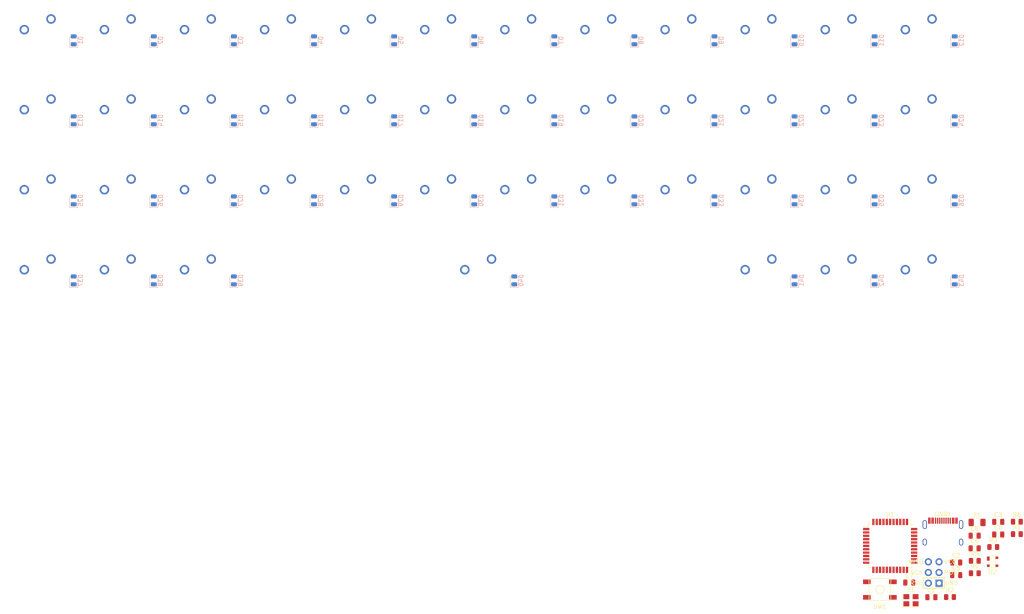
<source format=kicad_pcb>
(kicad_pcb (version 20211014) (generator pcbnew)
  (layers (0 "F.Cu" signal) (31 "B.Cu" signal) (34 "B.Paste" user) (35 "F.Paste" user) (36 "B.SilkS" user "B.Silkscreen") (37 "F.SilkS" user "F.Silkscreen") (38 "B.Mask" user) (39 "F.Mask" user) (44 "Edge.Cuts" user))
  (net 0 "")
  (net 1 "XTAL1")
  (net 2 "Net-(C1-Pad2)")
  (net 3 "XTAL2")
  (net 4 "Net-(C3-Pad1)")
  (net 5 "GND")
  (net 6 "+5V")
  (net 7 "ROW0")
  (net 8 "Net-(D1-Pad2)")
  (net 9 "Net-(D2-Pad2)")
  (net 10 "Net-(D3-Pad2)")
  (net 11 "Net-(D4-Pad2)")
  (net 12 "Net-(D5-Pad2)")
  (net 13 "Net-(D6-Pad2)")
  (net 14 "Net-(D7-Pad2)")
  (net 15 "Net-(D8-Pad2)")
  (net 16 "Net-(D9-Pad2)")
  (net 17 "Net-(D10-Pad2)")
  (net 18 "Net-(D11-Pad2)")
  (net 19 "Net-(D12-Pad2)")
  (net 20 "ROW1")
  (net 21 "Net-(D13-Pad2)")
  (net 22 "Net-(D14-Pad2)")
  (net 23 "Net-(D15-Pad2)")
  (net 24 "Net-(D16-Pad2)")
  (net 25 "Net-(D17-Pad2)")
  (net 26 "Net-(D18-Pad2)")
  (net 27 "Net-(D19-Pad2)")
  (net 28 "Net-(D20-Pad2)")
  (net 29 "Net-(D21-Pad2)")
  (net 30 "Net-(D22-Pad2)")
  (net 31 "Net-(D23-Pad2)")
  (net 32 "Net-(D24-Pad2)")
  (net 33 "ROW2")
  (net 34 "Net-(D25-Pad2)")
  (net 35 "Net-(D26-Pad2)")
  (net 36 "Net-(D27-Pad2)")
  (net 37 "Net-(D28-Pad2)")
  (net 38 "Net-(D29-Pad2)")
  (net 39 "Net-(D30-Pad2)")
  (net 40 "Net-(D31-Pad2)")
  (net 41 "Net-(D32-Pad2)")
  (net 42 "Net-(D33-Pad2)")
  (net 43 "Net-(D34-Pad2)")
  (net 44 "Net-(D35-Pad2)")
  (net 45 "Net-(D36-Pad2)")
  (net 46 "ROW3")
  (net 47 "Net-(D37-Pad2)")
  (net 48 "Net-(D38-Pad2)")
  (net 49 "Net-(D39-Pad2)")
  (net 50 "Net-(D40-Pad2)")
  (net 51 "Net-(D41-Pad2)")
  (net 52 "Net-(D42-Pad2)")
  (net 53 "Net-(D43-Pad2)")
  (net 54 "VCC")
  (net 55 "MIS0")
  (net 56 "SCK")
  (net 57 "MIS1")
  (net 58 "RESET")
  (net 59 "COL0")
  (net 60 "COL1")
  (net 61 "COL2")
  (net 62 "COL3")
  (net 63 "COL4")
  (net 64 "COL5")
  (net 65 "COL6")
  (net 66 "COL7")
  (net 67 "COL8")
  (net 68 "COL9")
  (net 69 "COL10")
  (net 70 "COL11")
  (net 71 "Net-(R2-Pad1)")
  (net 72 "Net-(R3-Pad1)")
  (net 73 "D-")
  (net 74 "Net-(R4-Pad1)")
  (net 75 "D+")
  (net 76 "Net-(R5-Pad1)")
  (net 77 "Net-(R6-Pad1)")
  (footprint "Resistor_SMD:R_0805_2012Metric" (layer "F.Cu") (at 273.53625 187.62125)
    (fp_text reference "R6" (at 0 -1.65) (layer "F.SilkS"))
    (fp_text value "5.1k")
    (pad "1" smd roundrect locked (at -0.9125 0) (size 1.025 1.4) (layers "F.Cu" "F.Paste" "F.Mask") (roundrect_rratio 0.243902) (net 77 "Net-(R6-Pad1)"))
    (pad "2" smd roundrect locked (at 0.9125 0) (size 1.025 1.4) (layers "F.Cu" "F.Paste" "F.Mask") (roundrect_rratio 0.243902) (net 5 "GND"))
  )
  (footprint "Capacitor_SMD:C_0805_2012Metric" (layer "F.Cu") (at 269.10625 190.66125)
    (fp_text reference "C6" (at 0 -1.68) (layer "F.SilkS"))
    (fp_text value "0.1uF")
    (pad "1" smd roundrect locked (at -0.95 0) (size 1 1.45) (layers "F.Cu" "F.Paste" "F.Mask") (net 6 "+5V"))
    (pad "2" smd roundrect locked (at 0.95 0) (size 1 1.45) (layers "F.Cu" "F.Paste" "F.Mask") (net 5 "GND"))
  )
  (footprint "Resistor_SMD:R_0805_2012Metric" (layer "F.Cu") (at 257.63625 205.55125)
    (fp_text reference "R2" (at 0 -1.65) (layer "F.SilkS"))
    (fp_text value "10k")
    (pad "1" smd roundrect locked (at -0.9125 0) (size 1.025 1.4) (layers "F.Cu" "F.Paste" "F.Mask") (roundrect_rratio 0.243902) (net 71 "Net-(R2-Pad1)"))
    (pad "2" smd roundrect locked (at 0.9125 0) (size 1.025 1.4) (layers "F.Cu" "F.Paste" "F.Mask") (roundrect_rratio 0.243902) (net 5 "GND"))
  )
  (footprint "MX_Only:MXOnly-1U-NoLED" (layer "F.Cu") (at 41.275 130.175)
    (fp_text reference "MX37")
    (fp_text value "CTRL")
    (pad "" np_thru_hole circle locked (at -5.08 0 48.0996) (size 1.75 1.75) (drill 1.75) (layers *.Cu *.Mask))
    (pad "" np_thru_hole circle locked (at 5.08 0 48.0996) (size 1.75 1.75) (drill 1.75) (layers *.Cu *.Mask))
    (pad "" np_thru_hole circle locked (at 0 0) (size 3.9878 3.9878) (drill 3.9878) (layers *.Cu *.Mask))
    (pad "1" thru_hole circle locked (at -3.81 -2.54) (size 2.25 2.25) (drill 1.47) (layers *.Cu "B.Mask") (net 59 "COL0"))
    (pad "2" thru_hole circle locked (at 2.54 -5.08) (size 2.25 2.25) (drill 1.47) (layers *.Cu "B.Mask") (net 47 "Net-(D37-Pad2)"))
  )
  (footprint "MX_Only:MXOnly-1U-NoLED" (layer "F.Cu") (at 41.275 92.075)
    (fp_text reference "MX13")
    (fp_text value "ESC")
    (pad "" np_thru_hole circle locked (at -5.08 0 48.0996) (size 1.75 1.75) (drill 1.75) (layers *.Cu *.Mask))
    (pad "" np_thru_hole circle locked (at 5.08 0 48.0996) (size 1.75 1.75) (drill 1.75) (layers *.Cu *.Mask))
    (pad "" np_thru_hole circle locked (at 0 0) (size 3.9878 3.9878) (drill 3.9878) (layers *.Cu *.Mask))
    (pad "1" thru_hole circle locked (at -3.81 -2.54) (size 2.25 2.25) (drill 1.47) (layers *.Cu "B.Mask") (net 59 "COL0"))
    (pad "2" thru_hole circle locked (at 2.54 -5.08) (size 2.25 2.25) (drill 1.47) (layers *.Cu "B.Mask") (net 21 "Net-(D13-Pad2)"))
  )
  (footprint "random-keyboard-parts:Reset_Pretty-Mask" (layer "F.Cu") (at 253.75625 199.70625)
    (fp_text reference "J1")
    (fp_text value "AVR-ISP-6")
    (fp_text user "SCK" (at -4 0) (layer "F.SilkS"))
    (fp_text user "MISO" (at -4.25 -2.5) (layer "F.SilkS"))
    (fp_text user "GND" (at 4.25 2.5) (layer "F.SilkS"))
    (fp_text user "VCC" (at 4 -2.5) (layer "F.SilkS"))
    (fp_text user "RST" (at -4.25 2.5) (layer "F.SilkS"))
    (fp_text user "MOSI" (at 4.25 0) (layer "F.SilkS"))
    (pad "1" thru_hole circle locked (at -1.27 -2.54) (size 1.7 1.7) (drill 1) (layers *.Cu "F.Mask") (net 55 "MIS0"))
    (pad "2" thru_hole circle locked (at 1.27 -2.54) (size 1.7 1.7) (drill 1) (layers *.Cu "F.Mask") (net 6 "+5V"))
    (pad "3" thru_hole circle locked (at -1.27 0) (size 1.7 1.7) (drill 1) (layers *.Cu "F.Mask") (net 56 "SCK"))
    (pad "4" thru_hole circle locked (at 1.27 0) (size 1.7 1.7) (drill 1) (layers *.Cu "F.Mask") (net 57 "MIS1"))
    (pad "5" thru_hole circle locked (at -1.27 2.54) (size 1.7 1.7) (drill 1) (layers *.Cu "F.Mask") (net 58 "RESET"))
    (pad "6" thru_hole rect locked (at 1.27 2.54) (size 1.7 1.7) (drill 1) (layers *.Cu "F.Mask") (net 5 "GND"))
  )
  (footprint "MX_Only:MXOnly-1U-NoLED" (layer "F.Cu") (at 60.325 92.075)
    (fp_text reference "MX14")
    (fp_text value "A")
    (pad "" np_thru_hole circle locked (at -5.08 0 48.0996) (size 1.75 1.75) (drill 1.75) (layers *.Cu *.Mask))
    (pad "" np_thru_hole circle locked (at 0 0) (size 3.9878 3.9878) (drill 3.9878) (layers *.Cu *.Mask))
    (pad "" np_thru_hole circle locked (at 5.08 0 48.0996) (size 1.75 1.75) (drill 1.75) (layers *.Cu *.Mask))
    (pad "1" thru_hole circle locked (at -3.81 -2.54) (size 2.25 2.25) (drill 1.47) (layers *.Cu "B.Mask") (net 60 "COL1"))
    (pad "2" thru_hole circle locked (at 2.54 -5.08) (size 2.25 2.25) (drill 1.47) (layers *.Cu "B.Mask") (net 22 "Net-(D14-Pad2)"))
  )
  (footprint "Capacitor_SMD:C_0805_2012Metric" (layer "F.Cu") (at 247.95625 202.10125)
    (fp_text reference "C7" (at 0 -1.68) (layer "F.SilkS"))
    (fp_text value "0.1uF")
    (pad "1" smd roundrect locked (at -0.95 0) (size 1 1.45) (layers "F.Cu" "F.Paste" "F.Mask") (net 6 "+5V"))
    (pad "2" smd roundrect locked (at 0.95 0) (size 1 1.45) (layers "F.Cu" "F.Paste" "F.Mask") (net 5 "GND"))
  )
  (footprint "MX_Only:MXOnly-1U-NoLED" (layer "F.Cu") (at 231.775 111.125)
    (fp_text reference "MX35")
    (fp_text value "SLASH")
    (pad "" np_thru_hole circle locked (at -5.08 0 48.0996) (size 1.75 1.75) (drill 1.75) (layers *.Cu *.Mask))
    (pad "" np_thru_hole circle locked (at 5.08 0 48.0996) (size 1.75 1.75) (drill 1.75) (layers *.Cu *.Mask))
    (pad "" np_thru_hole circle locked (at 0 0) (size 3.9878 3.9878) (drill 3.9878) (layers *.Cu *.Mask))
    (pad "1" thru_hole circle locked (at -3.81 -2.54) (size 2.25 2.25) (drill 1.47) (layers *.Cu "B.Mask") (net 69 "COL10"))
    (pad "2" thru_hole circle locked (at 2.54 -5.08) (size 2.25 2.25) (drill 1.47) (layers *.Cu "B.Mask") (net 44 "Net-(D35-Pad2)"))
  )
  (footprint "MX_Only:MXOnly-1U-NoLED" (layer "F.Cu") (at 250.825 73.025)
    (fp_text reference "MX12")
    (fp_text value "BKSP")
    (pad "" np_thru_hole circle locked (at 0 0) (size 3.9878 3.9878) (drill 3.9878) (layers *.Cu *.Mask))
    (pad "" np_thru_hole circle locked (at -5.08 0 48.0996) (size 1.75 1.75) (drill 1.75) (layers *.Cu *.Mask))
    (pad "" np_thru_hole circle locked (at 5.08 0 48.0996) (size 1.75 1.75) (drill 1.75) (layers *.Cu *.Mask))
    (pad "1" thru_hole circle locked (at -3.81 -2.54) (size 2.25 2.25) (drill 1.47) (layers *.Cu "B.Mask") (net 70 "COL11"))
    (pad "2" thru_hole circle locked (at 2.54 -5.08) (size 2.25 2.25) (drill 1.47) (layers *.Cu "B.Mask") (net 19 "Net-(D12-Pad2)"))
  )
  (footprint "Crystal:Crystal_SMD_3225-4Pin_3.2x2.5mm" (layer "F.Cu") (at 248.35625 206.30125)
    (fp_text reference "Y1" (at 0 -2.45) (layer "F.SilkS"))
    (fp_text value "16 MHz")
    (pad "1" smd rect locked (at -1.1 0.85) (size 1.4 1.2) (layers "F.Cu" "F.Paste" "F.Mask") (net 1 "XTAL1"))
    (pad "2" smd rect locked (at 1.1 0.85) (size 1.4 1.2) (layers "F.Cu" "F.Paste" "F.Mask") (net 5 "GND"))
    (pad "3" smd rect locked (at 1.1 -0.85) (size 1.4 1.2) (layers "F.Cu" "F.Paste" "F.Mask") (net 3 "XTAL2"))
    (pad "4" smd rect locked (at -1.1 -0.85) (size 1.4 1.2) (layers "F.Cu" "F.Paste" "F.Mask") (net 5 "GND"))
  )
  (footprint "MX_Only:MXOnly-1U-NoLED" (layer "F.Cu") (at 117.475 92.075)
    (fp_text reference "MX17")
    (fp_text value "F")
    (pad "" np_thru_hole circle locked (at 0 0) (size 3.9878 3.9878) (drill 3.9878) (layers *.Cu *.Mask))
    (pad "" np_thru_hole circle locked (at -5.08 0 48.0996) (size 1.75 1.75) (drill 1.75) (layers *.Cu *.Mask))
    (pad "" np_thru_hole circle locked (at 5.08 0 48.0996) (size 1.75 1.75) (drill 1.75) (layers *.Cu *.Mask))
    (pad "1" thru_hole circle locked (at -3.81 -2.54) (size 2.25 2.25) (drill 1.47) (layers *.Cu "B.Mask") (net 63 "COL4"))
    (pad "2" thru_hole circle locked (at 2.54 -5.08) (size 2.25 2.25) (drill 1.47) (layers *.Cu "B.Mask") (net 25 "Net-(D17-Pad2)"))
  )
  (footprint "MX_Only:MXOnly-1U-NoLED" (layer "F.Cu") (at 41.275 111.125)
    (fp_text reference "MX25")
    (fp_text value "SHIFT")
    (pad "" np_thru_hole circle locked (at 0 0) (size 3.9878 3.9878) (drill 3.9878) (layers *.Cu *.Mask))
    (pad "" np_thru_hole circle locked (at -5.08 0 48.0996) (size 1.75 1.75) (drill 1.75) (layers *.Cu *.Mask))
    (pad "" np_thru_hole circle locked (at 5.08 0 48.0996) (size 1.75 1.75) (drill 1.75) (layers *.Cu *.Mask))
    (pad "1" thru_hole circle locked (at -3.81 -2.54) (size 2.25 2.25) (drill 1.47) (layers *.Cu "B.Mask") (net 59 "COL0"))
    (pad "2" thru_hole circle locked (at 2.54 -5.08) (size 2.25 2.25) (drill 1.47) (layers *.Cu "B.Mask") (net 34 "Net-(D25-Pad2)"))
  )
  (footprint "MX_Only:MXOnly-1U-NoLED" (layer "F.Cu") (at 231.775 73.025)
    (fp_text reference "MX11")
    (fp_text value "P")
    (pad "" np_thru_hole circle locked (at -5.08 0 48.0996) (size 1.75 1.75) (drill 1.75) (layers *.Cu *.Mask))
    (pad "" np_thru_hole circle locked (at 5.08 0 48.0996) (size 1.75 1.75) (drill 1.75) (layers *.Cu *.Mask))
    (pad "" np_thru_hole circle locked (at 0 0) (size 3.9878 3.9878) (drill 3.9878) (layers *.Cu *.Mask))
    (pad "1" thru_hole circle locked (at -3.81 -2.54) (size 2.25 2.25) (drill 1.47) (layers *.Cu "B.Mask") (net 69 "COL10"))
    (pad "2" thru_hole circle locked (at 2.54 -5.08) (size 2.25 2.25) (drill 1.47) (layers *.Cu "B.Mask") (net 18 "Net-(D11-Pad2)"))
  )
  (footprint "Capacitor_SMD:C_0805_2012Metric" (layer "F.Cu") (at 259.10625 197.32125)
    (fp_text reference "C2" (at 0 -1.68) (layer "F.SilkS"))
    (fp_text value "22 pF")
    (pad "1" smd roundrect locked (at -0.95 0) (size 1 1.45) (layers "F.Cu" "F.Paste" "F.Mask") (net 3 "XTAL2"))
    (pad "2" smd roundrect locked (at 0.95 0) (size 1 1.45) (layers "F.Cu" "F.Paste" "F.Mask") (net 2 "Net-(C1-Pad2)"))
  )
  (footprint "MX_Only:MXOnly-1U-NoLED" (layer "F.Cu") (at 250.825 111.125)
    (fp_text reference "MX36")
    (fp_text value "ENTER")
    (pad "" np_thru_hole circle locked (at 0 0) (size 3.9878 3.9878) (drill 3.9878) (layers *.Cu *.Mask))
    (pad "" np_thru_hole circle locked (at -5.08 0 48.0996) (size 1.75 1.75) (drill 1.75) (layers *.Cu *.Mask))
    (pad "" np_thru_hole circle locked (at 5.08 0 48.0996) (size 1.75 1.75) (drill 1.75) (layers *.Cu *.Mask))
    (pad "1" thru_hole circle locked (at -3.81 -2.54) (size 2.25 2.25) (drill 1.47) (layers *.Cu "B.Mask") (net 70 "COL11"))
    (pad "2" thru_hole circle locked (at 2.54 -5.08) (size 2.25 2.25) (drill 1.47) (layers *.Cu "B.Mask") (net 45 "Net-(D36-Pad2)"))
  )
  (footprint "MX_Only:MXOnly-1U-NoLED" (layer "F.Cu") (at 212.725 130.175)
    (fp_text reference "MX41")
    (fp_text value "GUI")
    (pad "" np_thru_hole circle locked (at 0 0) (size 3.9878 3.9878) (drill 3.9878) (layers *.Cu *.Mask))
    (pad "" np_thru_hole circle locked (at -5.08 0 48.0996) (size 1.75 1.75) (drill 1.75) (layers *.Cu *.Mask))
    (pad "" np_thru_hole circle locked (at 5.08 0 48.0996) (size 1.75 1.75) (drill 1.75) (layers *.Cu *.Mask))
    (pad "1" thru_hole circle locked (at -3.81 -2.54) (size 2.25 2.25) (drill 1.47) (layers *.Cu "B.Mask") (net 68 "COL9"))
    (pad "2" thru_hole circle locked (at 2.54 -5.08) (size 2.25 2.25) (drill 1.47) (layers *.Cu "B.Mask") (net 51 "Net-(D41-Pad2)"))
  )
  (footprint "MX_Only:MXOnly-1U-NoLED" (layer "F.Cu") (at 98.425 111.125)
    (fp_text reference "MX28")
    (fp_text value "C")
    (pad "" np_thru_hole circle locked (at 0 0) (size 3.9878 3.9878) (drill 3.9878) (layers *.Cu *.Mask))
    (pad "" np_thru_hole circle locked (at -5.08 0 48.0996) (size 1.75 1.75) (drill 1.75) (layers *.Cu *.Mask))
    (pad "" np_thru_hole circle locked (at 5.08 0 48.0996) (size 1.75 1.75) (drill 1.75) (layers *.Cu *.Mask))
    (pad "1" thru_hole circle locked (at -3.81 -2.54) (size 2.25 2.25) (drill 1.47) (layers *.Cu "B.Mask") (net 62 "COL3"))
    (pad "2" thru_hole circle locked (at 2.54 -5.08) (size 2.25 2.25) (drill 1.47) (layers *.Cu "B.Mask") (net 37 "Net-(D28-Pad2)"))
  )
  (footprint "MX_Only:MXOnly-1U-NoLED" (layer "F.Cu") (at 41.275 73.025)
    (fp_text reference "MX1")
    (fp_text value "TAB")
    (pad "" np_thru_hole circle locked (at -5.08 0 48.0996) (size 1.75 1.75) (drill 1.75) (layers *.Cu *.Mask))
    (pad "" np_thru_hole circle locked (at 0 0) (size 3.9878 3.9878) (drill 3.9878) (layers *.Cu *.Mask))
    (pad "" np_thru_hole circle locked (at 5.08 0 48.0996) (size 1.75 1.75) (drill 1.75) (layers *.Cu *.Mask))
    (pad "1" thru_hole circle locked (at -3.81 -2.54) (size 2.25 2.25) (drill 1.47) (layers *.Cu "B.Mask") (net 59 "COL0"))
    (pad "2" thru_hole circle locked (at 2.54 -5.08) (size 2.25 2.25) (drill 1.47) (layers *.Cu "B.Mask") (net 8 "Net-(D1-Pad2)"))
  )
  (footprint "Type-C:HRO-TYPE-C-31-M-12" (layer "F.Cu") (at 255.95125 195.06625)
    (fp_text reference "USB1" (at 0 -9.25) (layer "F.SilkS"))
    (fp_text value "HRO-TYPE-C-31-M-12")
    (pad "" np_thru_hole circle locked (at 2.89 -6.25) (size 0.65 0.65) (drill 0.65) (layers *.Cu *.Mask))
    (pad "" np_thru_hole circle locked (at -2.89 -6.25) (size 0.65 0.65) (drill 0.65) (layers *.Cu *.Mask))
    (pad "1" smd rect locked (at -3.225 -7.695) (size 0.6 1.45) (layers "F.Cu" "F.Paste" "F.Mask") (net 5 "GND"))
    (pad "2" smd rect locked (at -2.45 -7.695) (size 0.6 1.45) (layers "F.Cu" "F.Paste" "F.Mask") (net 54 "VCC"))
    (pad "3" smd rect locked (at -1.75 -7.695) (size 0.3 1.45) (layers "F.Cu" "F.Paste" "F.Mask"))
    (pad "4" smd rect locked (at -1.25 -7.695) (size 0.3 1.45) (layers "F.Cu" "F.Paste" "F.Mask") (net 77 "Net-(R6-Pad1)"))
    (pad "5" smd rect locked (at -0.75 -7.695) (size 0.3 1.45) (layers "F.Cu" "F.Paste" "F.Mask") (net 72 "Net-(R3-Pad1)"))
    (pad "6" smd rect locked (at -0.25 -7.695) (size 0.3 1.45) (layers "F.Cu" "F.Paste" "F.Mask") (net 74 "Net-(R4-Pad1)"))
    (pad "7" smd rect locked (at 0.25 -7.695) (size 0.3 1.45) (layers "F.Cu" "F.Paste" "F.Mask") (net 72 "Net-(R3-Pad1)"))
    (pad "8" smd rect locked (at 0.75 -7.695) (size 0.3 1.45) (layers "F.Cu" "F.Paste" "F.Mask") (net 74 "Net-(R4-Pad1)"))
    (pad "9" smd rect locked (at 1.25 -7.695) (size 0.3 1.45) (layers "F.Cu" "F.Paste" "F.Mask"))
    (pad "10" smd rect locked (at 1.75 -7.695) (size 0.3 1.45) (layers "F.Cu" "F.Paste" "F.Mask") (net 76 "Net-(R5-Pad1)"))
    (pad "11" smd rect locked (at 2.45 -7.695) (size 0.6 1.45) (layers "F.Cu" "F.Paste" "F.Mask") (net 54 "VCC"))
    (pad "12" smd rect locked (at 3.225 -7.695) (size 0.6 1.45) (layers "F.Cu" "F.Paste" "F.Mask") (net 5 "GND"))
    (pad "13" thru_hole oval locked (at 4.32 -6.78) (size 1 2.1) (drill oval 0.6 1.7) (layers *.Cu "B.Mask") (net 5 "GND"))
    (pad "13" thru_hole oval locked (at -4.32 -6.78) (size 1 2.1) (drill oval 0.6 1.7) (layers *.Cu "B.Mask") (net 5 "GND"))
    (pad "13" thru_hole oval locked (at 4.32 -2.6) (size 1 1.6) (drill oval 0.6 1.2) (layers *.Cu "B.Mask") (net 5 "GND"))
    (pad "13" thru_hole oval locked (at -4.32 -2.6) (size 1 1.6) (drill oval 0.6 1.2) (layers *.Cu "B.Mask") (net 5 "GND"))
  )
  (footprint "MX_Only:MXOnly-1U-NoLED" (layer "F.Cu") (at 155.575 111.125)
    (fp_text reference "MX31")
    (fp_text value "N")
    (pad "" np_thru_hole circle locked (at 0 0) (size 3.9878 3.9878) (drill 3.9878) (layers *.Cu *.Mask))
    (pad "" np_thru_hole circle locked (at -5.08 0 48.0996) (size 1.75 1.75) (drill 1.75) (layers *.Cu *.Mask))
    (pad "" np_thru_hole circle locked (at 5.08 0 48.0996) (size 1.75 1.75) (drill 1.75) (layers *.Cu *.Mask))
    (pad "1" thru_hole circle locked (at -3.81 -2.54) (size 2.25 2.25) (drill 1.47) (layers *.Cu "B.Mask") (net 65 "COL6"))
    (pad "2" thru_hole circle locked (at 2.54 -5.08) (size 2.25 2.25) (drill 1.47) (layers *.Cu "B.Mask") (net 40 "Net-(D31-Pad2)"))
  )
  (footprint "MX_Only:MXOnly-1U-NoLED" (layer "F.Cu") (at 155.575 73.025)
    (fp_text reference "MX7")
    (fp_text value "Y")
    (pad "" np_thru_hole circle locked (at 0 0) (size 3.9878 3.9878) (drill 3.9878) (layers *.Cu *.Mask))
    (pad "" np_thru_hole circle locked (at -5.08 0 48.0996) (size 1.75 1.75) (drill 1.75) (layers *.Cu *.Mask))
    (pad "" np_thru_hole circle locked (at 5.08 0 48.0996) (size 1.75 1.75) (drill 1.75) (layers *.Cu *.Mask))
    (pad "1" thru_hole circle locked (at -3.81 -2.54) (size 2.25 2.25) (drill 1.47) (layers *.Cu "B.Mask") (net 65 "COL6"))
    (pad "2" thru_hole circle locked (at 2.54 -5.08) (size 2.25 2.25) (drill 1.47) (layers *.Cu "B.Mask") (net 14 "Net-(D7-Pad2)"))
  )
  (footprint "MX_Only:MXOnly-1U-NoLED" (layer "F.Cu") (at 174.625 111.125)
    (fp_text reference "MX32")
    (fp_text value "M")
    (pad "" np_thru_hole circle locked (at 5.08 0 48.0996) (size 1.75 1.75) (drill 1.75) (layers *.Cu *.Mask))
    (pad "" np_thru_hole circle locked (at -5.08 0 48.0996) (size 1.75 1.75) (drill 1.75) (layers *.Cu *.Mask))
    (pad "" np_thru_hole circle locked (at 0 0) (size 3.9878 3.9878) (drill 3.9878) (layers *.Cu *.Mask))
    (pad "1" thru_hole circle locked (at -3.81 -2.54) (size 2.25 2.25) (drill 1.47) (layers *.Cu "B.Mask") (net 66 "COL7"))
    (pad "2" thru_hole circle locked (at 2.54 -5.08) (size 2.25 2.25) (drill 1.47) (layers *.Cu "B.Mask") (net 41 "Net-(D32-Pad2)"))
  )
  (footprint "Fuse:Fuse_1206_3216Metric" (layer "F.Cu") (at 264.07625 187.79125)
    (fp_text reference "F1" (at 0 -1.82) (layer "F.SilkS"))
    (fp_text value "500m")
    (pad "1" smd roundrect locked (at -1.4 0) (size 1.25 1.75) (layers "F.Cu" "F.Paste" "F.Mask") (roundrect_rratio 0.2) (net 54 "VCC"))
    (pad "2" smd roundrect locked (at 1.4 0) (size 1.25 1.75) (layers "F.Cu" "F.Paste" "F.Mask") (roundrect_rratio 0.2) (net 6 "+5V"))
  )
  (footprint "MX_Only:MXOnly-1U-NoLED" (layer "F.Cu") (at 79.375 111.125)
    (fp_text reference "MX27")
    (fp_text value "X")
    (pad "" np_thru_hole circle locked (at -5.08 0 48.0996) (size 1.75 1.75) (drill 1.75) (layers *.Cu *.Mask))
    (pad "" np_thru_hole circle locked (at 0 0) (size 3.9878 3.9878) (drill 3.9878) (layers *.Cu *.Mask))
    (pad "" np_thru_hole circle locked (at 5.08 0 48.0996) (size 1.75 1.75) (drill 1.75) (layers *.Cu *.Mask))
    (pad "1" thru_hole circle locked (at -3.81 -2.54) (size 2.25 2.25) (drill 1.47) (layers *.Cu "B.Mask") (net 61 "COL2"))
    (pad "2" thru_hole circle locked (at 2.54 -5.08) (size 2.25 2.25) (drill 1.47) (layers *.Cu "B.Mask") (net 36 "Net-(D27-Pad2)"))
  )
  (footprint "Package_QFP:TQFP-44_10x10mm_P0.8mm" (layer "F.Cu") (at 243.40625 193.37125)
    (fp_text reference "U1" (at 0 -7.45) (layer "F.SilkS"))
    (fp_text value "ATmega32U4-A")
    (pad "1" smd rect locked (at -5.7 -4) (size 1.5 0.55) (layers "F.Cu" "F.Paste" "F.Mask"))
    (pad "2" smd rect locked (at -5.7 -3.2) (size 1.5 0.55) (layers "F.Cu" "F.Paste" "F.Mask") (net 6 "+5V"))
    (pad "3" smd rect locked (at -5.7 -2.4) (size 1.5 0.55) (layers "F.Cu" "F.Paste" "F.Mask") (net 73 "D-"))
    (pad "4" smd rect locked (at -5.7 -1.6) (size 1.5 0.55) (layers "F.Cu" "F.Paste" "F.Mask") (net 75 "D+"))
    (pad "5" smd rect locked (at -5.7 -0.8) (size 1.5 0.55) (layers "F.Cu" "F.Paste" "F.Mask") (net 5 "GND"))
    (pad "6" smd rect locked (at -5.7 0) (size 1.5 0.55) (layers "F.Cu" "F.Paste" "F.Mask") (net 4 "Net-(C3-Pad1)"))
    (pad "7" smd rect locked (at -5.7 0.8) (size 1.5 0.55) (layers "F.Cu" "F.Paste" "F.Mask") (net 6 "+5V"))
    (pad "8" smd rect locked (at -5.7 1.6) (size 1.5 0.55) (layers "F.Cu" "F.Paste" "F.Mask"))
    (pad "9" smd rect locked (at -5.7 2.4) (size 1.5 0.55) (layers "F.Cu" "F.Paste" "F.Mask") (net 55 "MIS0"))
    (pad "10" smd rect locked (at -5.7 3.2) (size 1.5 0.55) (layers "F.Cu" "F.Paste" "F.Mask") (net 57 "MIS1"))
    (pad "11" smd rect locked (at -5.7 4) (size 1.5 0.55) (layers "F.Cu" "F.Paste" "F.Mask") (net 56 "SCK"))
    (pad "12" smd rect locked (at -4 5.7 90) (size 1.5 0.55) (layers "F.Cu" "F.Paste" "F.Mask"))
    (pad "13" smd rect locked (at -3.2 5.7 90) (size 1.5 0.55) (layers "F.Cu" "F.Paste" "F.Mask") (net 58 "RESET"))
    (pad "14" smd rect locked (at -2.4 5.7 90) (size 1.5 0.55) (layers "F.Cu" "F.Paste" "F.Mask") (net 6 "+5V"))
    (pad "15" smd rect locked (at -1.6 5.7 90) (size 1.5 0.55) (layers "F.Cu" "F.Paste" "F.Mask") (net 5 "GND"))
    (pad "16" smd rect locked (at -0.8 5.7 90) (size 1.5 0.55) (layers "F.Cu" "F.Paste" "F.Mask") (net 3 "XTAL2"))
    (pad "17" smd rect locked (at 0 5.7 90) (size 1.5 0.55) (layers "F.Cu" "F.Paste" "F.Mask") (net 1 "XTAL1"))
    (pad "18" smd rect locked (at 0.8 5.7 90) (size 1.5 0.55) (layers "F.Cu" "F.Paste" "F.Mask"))
    (pad "19" smd rect locked (at 1.6 5.7 90) (size 1.5 0.55) (layers "F.Cu" "F.Paste" "F.Mask"))
    (pad "20" smd rect locked (at 2.4 5.7 90) (size 1.5 0.55) (layers "F.Cu" "F.Paste" "F.Mask"))
    (pad "21" smd rect locked (at 3.2 5.7 90) (size 1.5 0.55) (layers "F.Cu" "F.Paste" "F.Mask"))
    (pad "22" smd rect locked (at 4 5.7 90) (size 1.5 0.55) (layers "F.Cu" "F.Paste" "F.Mask"))
    (pad "23" smd rect locked (at 5.7 4) (size 1.5 0.55) (layers "F.Cu" "F.Paste" "F.Mask") (net 5 "GND"))
    (pad "24" smd rect locked (at 5.7 3.2) (size 1.5 0.55) (layers "F.Cu" "F.Paste" "F.Mask") (net 6 "+5V"))
    (pad "25" smd rect locked (at 5.7 2.4) (size 1.5 0.55) (layers "F.Cu" "F.Paste" "F.Mask"))
    (pad "26" smd rect locked (at 5.7 1.6) (size 1.5 0.55) (layers "F.Cu" "F.Paste" "F.Mask"))
    (pad "27" smd rect locked (at 5.7 0.8) (size 1.5 0.55) (layers "F.Cu" "F.Paste" "F.Mask"))
    (pad "28" smd rect locked (at 5.7 0) (size 1.5 0.55) (layers "F.Cu" "F.Paste" "F.Mask"))
    (pad "29" smd rect locked (at 5.7 -0.8) (size 1.5 0.55) (layers "F.Cu" "F.Paste" "F.Mask"))
    (pad "30" smd rect locked (at 5.7 -1.6) (size 1.5 0.55) (layers "F.Cu" "F.Paste" "F.Mask"))
    (pad "31" smd rect locked (at 5.7 -2.4) (size 1.5 0.55) (layers "F.Cu" "F.Paste" "F.Mask"))
    (pad "32" smd rect locked (at 5.7 -3.2) (size 1.5 0.55) (layers "F.Cu" "F.Paste" "F.Mask"))
    (pad "33" smd rect locked (at 5.7 -4) (size 1.5 0.55) (layers "F.Cu" "F.Paste" "F.Mask") (net 71 "Net-(R2-Pad1)"))
    (pad "34" smd rect locked (at 4 -5.7 90) (size 1.5 0.55) (layers "F.Cu" "F.Paste" "F.Mask") (net 6 "+5V"))
    (pad "35" smd rect locked (at 3.2 -5.7 90) (size 1.5 0.55) (layers "F.Cu" "F.Paste" "F.Mask") (net 5 "GND"))
    (pad "36" smd rect locked (at 2.4 -5.7 90) (size 1.5 0.55) (layers "F.Cu" "F.Paste" "F.Mask"))
    (pad "37" smd rect locked (at 1.6 -5.7 90) (size 1.5 0.55) (layers "F.Cu" "F.Paste" "F.Mask"))
    (pad "38" smd rect locked (at 0.8 -5.7 90) (size 1.5 0.55) (layers "F.Cu" "F.Paste" "F.Mask"))
    (pad "39" smd rect locked (at 0 -5.7 90) (size 1.5 0.55) (layers "F.Cu" "F.Paste" "F.Mask"))
    (pad "40" smd rect locked (at -0.8 -5.7 90) (size 1.5 0.55) (layers "F.Cu" "F.Paste" "F.Mask"))
    (pad "41" smd rect locked (at -1.6 -5.7 90) (size 1.5 0.55) (layers "F.Cu" "F.Paste" "F.Mask"))
    (pad "42" smd rect locked (at -2.4 -5.7 90) (size 1.5 0.55) (layers "F.Cu" "F.Paste" "F.Mask"))
    (pad "43" smd rect locked (at -3.2 -5.7 90) (size 1.5 0.55) (layers "F.Cu" "F.Paste" "F.Mask") (net 5 "GND"))
    (pad "44" smd rect locked (at -4 -5.7 90) (size 1.5 0.55) (layers "F.Cu" "F.Paste" "F.Mask") (net 6 "+5V"))
  )
  (footprint "Resistor_SMD:R_0805_2012Metric" (layer "F.Cu") (at 263.53625 199.88125)
    (fp_text reference "R4" (at 0 -1.65) (layer "F.SilkS"))
    (fp_text value "22")
    (pad "1" smd roundrect locked (at -0.9125 0) (size 1.025 1.4) (layers "F.Cu" "F.Paste" "F.Mask") (roundrect_rratio 0.243902) (net 74 "Net-(R4-Pad1)"))
    (pad "2" smd roundrect locked (at 0.9125 0) (size 1.025 1.4) (layers "F.Cu" "F.Paste" "F.Mask") (roundrect_rratio 0.243902) (net 75 "D+"))
  )
  (footprint "MX_Only:MXOnly-1U-NoLED" (layer "F.Cu") (at 98.425 73.025)
    (fp_text reference "MX4")
    (fp_text value "E")
    (pad "" np_thru_hole circle locked (at 5.08 0 48.0996) (size 1.75 1.75) (drill 1.75) (layers *.Cu *.Mask))
    (pad "" np_thru_hole circle locked (at 0 0) (size 3.9878 3.9878) (drill 3.9878) (layers *.Cu *.Mask))
    (pad "" np_thru_hole circle locked (at -5.08 0 48.0996) (size 1.75 1.75) (drill 1.75) (layers *.Cu *.Mask))
    (pad "1" thru_hole circle locked (at -3.81 -2.54) (size 2.25 2.25) (drill 1.47) (layers *.Cu "B.Mask") (net 62 "COL3"))
    (pad "2" thru_hole circle locked (at 2.54 -5.08) (size 2.25 2.25) (drill 1.47) (layers *.Cu "B.Mask") (net 11 "Net-(D4-Pad2)"))
  )
  (footprint "MX_Only:MXOnly-1U-NoLED" (layer "F.Cu") (at 250.825 130.175)
    (fp_text reference "MX43")
    (fp_text value "CTRL")
    (pad "" np_thru_hole circle locked (at -5.08 0 48.0996) (size 1.75 1.75) (drill 1.75) (layers *.Cu *.Mask))
    (pad "" np_thru_hole circle locked (at 0 0) (size 3.9878 3.9878) (drill 3.9878) (layers *.Cu *.Mask))
    (pad "" np_thru_hole circle locked (at 5.08 0 48.0996) (size 1.75 1.75) (drill 1.75) (layers *.Cu *.Mask))
    (pad "1" thru_hole circle locked (at -3.81 -2.54) (size 2.25 2.25) (drill 1.47) (layers *.Cu "B.Mask") (net 70 "COL11"))
    (pad "2" thru_hole circle locked (at 2.54 -5.08) (size 2.25 2.25) (drill 1.47) (layers *.Cu "B.Mask") (net 53 "Net-(D43-Pad2)"))
  )
  (footprint "Capacitor_SMD:C_0805_2012Metric" (layer "F.Cu") (at 263.49625 193.95125)
    (fp_text reference "C4" (at 0 -1.68) (layer "F.SilkS"))
    (fp_text value "0.1uF")
    (pad "1" smd roundrect locked (at -0.95 0) (size 1 1.45) (layers "F.Cu" "F.Paste" "F.Mask") (net 6 "+5V"))
    (pad "2" smd roundrect locked (at 0.95 0) (size 1 1.45) (layers "F.Cu" "F.Paste" "F.Mask") (net 5 "GND"))
  )
  (footprint "MX_Only:MXOnly-1U-NoLED" (layer "F.Cu") (at 60.325 130.175)
    (fp_text reference "MX38")
    (fp_text value "ALT")
    (pad "" np_thru_hole circle locked (at 5.08 0 48.0996) (size 1.75 1.75) (drill 1.75) (layers *.Cu *.Mask))
    (pad "" np_thru_hole circle locked (at 0 0) (size 3.9878 3.9878) (drill 3.9878) (layers *.Cu *.Mask))
    (pad "" np_thru_hole circle locked (at -5.08 0 48.0996) (size 1.75 1.75) (drill 1.75) (layers *.Cu *.Mask))
    (pad "1" thru_hole circle locked (at -3.81 -2.54) (size 2.25 2.25) (drill 1.47) (layers *.Cu "B.Mask") (net 60 "COL1"))
    (pad "2" thru_hole circle locked (at 2.54 -5.08) (size 2.25 2.25) (drill 1.47) (layers *.Cu "B.Mask") (net 48 "Net-(D38-Pad2)"))
  )
  (footprint "MX_Only:MXOnly-1U-NoLED" (layer "F.Cu") (at 60.325 111.125)
    (fp_text reference "MX26")
    (fp_text value "Z")
    (pad "" np_thru_hole circle locked (at 0 0) (size 3.9878 3.9878) (drill 3.9878) (layers *.Cu *.Mask))
    (pad "" np_thru_hole circle locked (at -5.08 0 48.0996) (size 1.75 1.75) (drill 1.75) (layers *.Cu *.Mask))
    (pad "" np_thru_hole circle locked (at 5.08 0 48.0996) (size 1.75 1.75) (drill 1.75) (layers *.Cu *.Mask))
    (pad "1" thru_hole circle locked (at -3.81 -2.54) (size 2.25 2.25) (drill 1.47) (layers *.Cu "B.Mask") (net 60 "COL1"))
    (pad "2" thru_hole circle locked (at 2.54 -5.08) (size 2.25 2.25) (drill 1.47) (layers *.Cu "B.Mask") (net 35 "Net-(D26-Pad2)"))
  )
  (footprint "MX_Only:MXOnly-1U-NoLED" (layer "F.Cu") (at 117.475 111.125)
    (fp_text reference "MX29")
    (fp_text value "V")
    (pad "" np_thru_hole circle locked (at 0 0) (size 3.9878 3.9878) (drill 3.9878) (layers *.Cu *.Mask))
    (pad "" np_thru_hole circle locked (at 5.08 0 48.0996) (size 1.75 1.75) (drill 1.75) (layers *.Cu *.Mask))
    (pad "" np_thru_hole circle locked (at -5.08 0 48.0996) (size 1.75 1.75) (drill 1.75) (layers *.Cu *.Mask))
    (pad "1" thru_hole circle locked (at -3.81 -2.54) (size 2.25 2.25) (drill 1.47) (layers *.Cu "B.Mask") (net 63 "COL4"))
    (pad "2" thru_hole circle locked (at 2.54 -5.08) (size 2.25 2.25) (drill 1.47) (layers *.Cu "B.Mask") (net 38 "Net-(D29-Pad2)"))
  )
  (footprint "MX_Only:MXOnly-1U-NoLED" (layer "F.Cu") (at 250.825 92.075)
    (fp_text reference "MX24")
    (fp_text value "QUOTE")
    (pad "" np_thru_hole circle locked (at 5.08 0 48.0996) (size 1.75 1.75) (drill 1.75) (layers *.Cu *.Mask))
    (pad "" np_thru_hole circle locked (at 0 0) (size 3.9878 3.9878) (drill 3.9878) (layers *.Cu *.Mask))
    (pad "" np_thru_hole circle locked (at -5.08 0 48.0996) (size 1.75 1.75) (drill 1.75) (layers *.Cu *.Mask))
    (pad "1" thru_hole circle locked (at -3.81 -2.54) (size 2.25 2.25) (drill 1.47) (layers *.Cu "B.Mask") (net 70 "COL11"))
    (pad "2" thru_hole circle locked (at 2.54 -5.08) (size 2.25 2.25) (drill 1.47) (layers *.Cu "B.Mask") (net 32 "Net-(D24-Pad2)"))
  )
  (footprint "MX_Only:MXOnly-1U-NoLED" (layer "F.Cu") (at 79.375 73.025)
    (fp_text reference "MX3")
    (fp_text value "W")
    (pad "" np_thru_hole circle locked (at 5.08 0 48.0996) (size 1.75 1.75) (drill 1.75) (layers *.Cu *.Mask))
    (pad "" np_thru_hole circle locked (at 0 0) (size 3.9878 3.9878) (drill 3.9878) (layers *.Cu *.Mask))
    (pad "" np_thru_hole circle locked (at -5.08 0 48.0996) (size 1.75 1.75) (drill 1.75) (layers *.Cu *.Mask))
    (pad "1" thru_hole circle locked (at -3.81 -2.54) (size 2.25 2.25) (drill 1.47) (layers *.Cu "B.Mask") (net 61 "COL2"))
    (pad "2" thru_hole circle locked (at 2.54 -5.08) (size 2.25 2.25) (drill 1.47) (layers *.Cu "B.Mask") (net 10 "Net-(D3-Pad2)"))
  )
  (footprint "MX_Only:MXOnly-1U-NoLED" (layer "F.Cu") (at 98.425 92.075)
    (fp_text reference "MX16")
    (fp_text value "D")
    (pad "" np_thru_hole circle locked (at 0 0) (size 3.9878 3.9878) (drill 3.9878) (layers *.Cu *.Mask))
    (pad "" np_thru_hole circle locked (at 5.08 0 48.0996) (size 1.75 1.75) (drill 1.75) (layers *.Cu *.Mask))
    (pad "" np_thru_hole circle locked (at -5.08 0 48.0996) (size 1.75 1.75) (drill 1.75) (layers *.Cu *.Mask))
    (pad "1" thru_hole circle locked (at -3.81 -2.54) (size 2.25 2.25) (drill 1.47) (layers *.Cu "B.Mask") (net 62 "COL3"))
    (pad "2" thru_hole circle locked (at 2.54 -5.08) (size 2.25 2.25) (drill 1.47) (layers *.Cu "B.Mask") (net 24 "Net-(D16-Pad2)"))
  )
  (footprint "MX_Only:MXOnly-1U-NoLED" (layer "F.Cu") (at 193.675 73.025)
    (fp_text reference "MX9")
    (fp_text value "I")
    (pad "" np_thru_hole circle locked (at -5.08 0 48.0996) (size 1.75 1.75) (drill 1.75) (layers *.Cu *.Mask))
    (pad "" np_thru_hole circle locked (at 0 0) (size 3.9878 3.9878) (drill 3.9878) (layers *.Cu *.Mask))
    (pad "" np_thru_hole circle locked (at 5.08 0 48.0996) (size 1.75 1.75) (drill 1.75) (layers *.Cu *.Mask))
    (pad "1" thru_hole circle locked (at -3.81 -2.54) (size 2.25 2.25) (drill 1.47) (layers *.Cu "B.Mask") (net 67 "COL8"))
    (pad "2" thru_hole circle locked (at 2.54 -5.08) (size 2.25 2.25) (drill 1.47) (layers *.Cu "B.Mask") (net 16 "Net-(D9-Pad2)"))
  )
  (footprint "MX_Only:MXOnly-1U-NoLED" (layer "F.Cu") (at 193.675 111.125)
    (fp_text reference "MX33")
    (fp_text value "COMMA")
    (pad "" np_thru_hole circle locked (at 0 0) (size 3.9878 3.9878) (drill 3.9878) (layers *.Cu *.Mask))
    (pad "" np_thru_hole circle locked (at 5.08 0 48.0996) (size 1.75 1.75) (drill 1.75) (layers *.Cu *.Mask))
    (pad "" np_thru_hole circle locked (at -5.08 0 48.0996) (size 1.75 1.75) (drill 1.75) (layers *.Cu *.Mask))
    (pad "1" thru_hole circle locked (at -3.81 -2.54) (size 2.25 2.25) (drill 1.47) (layers *.Cu "B.Mask") (net 67 "COL8"))
    (pad "2" thru_hole circle locked (at 2.54 -5.08) (size 2.25 2.25) (drill 1.47) (layers *.Cu "B.Mask") (net 42 "Net-(D33-Pad2)"))
  )
  (footprint "MX_Only:MXOnly-1U-NoLED" (layer "F.Cu") (at 136.525 111.125)
    (fp_text reference "MX30")
    (fp_text value "B")
    (pad "" np_thru_hole circle locked (at 0 0) (size 3.9878 3.9878) (drill 3.9878) (layers *.Cu *.Mask))
    (pad "" np_thru_hole circle locked (at -5.08 0 48.0996) (size 1.75 1.75) (drill 1.75) (layers *.Cu *.Mask))
    (pad "" np_thru_hole circle locked (at 5.08 0 48.0996) (size 1.75 1.75) (drill 1.75) (layers *.Cu *.Mask))
    (pad "1" thru_hole circle locked (at -3.81 -2.54) (size 2.25 2.25) (drill 1.47) (layers *.Cu "B.Mask") (net 64 "COL5"))
    (pad "2" thru_hole circle locked (at 2.54 -5.08) (size 2.25 2.25) (drill 1.47) (layers *.Cu "B.Mask") (net 39 "Net-(D30-Pad2)"))
  )
  (footprint "MX_Only:MXOnly-1U-NoLED" (layer "F.Cu") (at 60.325 73.025)
    (fp_text reference "MX2")
    (fp_text value "Q")
    (pad "" np_thru_hole circle locked (at 5.08 0 48.0996) (size 1.75 1.75) (drill 1.75) (layers *.Cu *.Mask))
    (pad "" np_thru_hole circle locked (at -5.08 0 48.0996) (size 1.75 1.75) (drill 1.75) (layers *.Cu *.Mask))
    (pad "" np_thru_hole circle locked (at 0 0) (size 3.9878 3.9878) (drill 3.9878) (layers *.Cu *.Mask))
    (pad "1" thru_hole circle locked (at -3.81 -2.54) (size 2.25 2.25) (drill 1.47) (layers *.Cu "B.Mask") (net 60 "COL1"))
    (pad "2" thru_hole circle locked (at 2.54 -5.08) (size 2.25 2.25) (drill 1.47) (layers *.Cu "B.Mask") (net 9 "Net-(D2-Pad2)"))
  )
  (footprint "random-keyboard-parts:SKQG-1155865" (layer "F.Cu") (at 240.95625 203.77125)
    (fp_text reference "SW1" (at 0 4.064) (layer "F.SilkS"))
    (fp_text value "SW_Push")
    (pad "1" smd rect locked (at 3.1 1.85) (size 1.8 1.1) (layers "F.Cu" "F.Paste" "F.Mask") (net 5 "GND"))
    (pad "2" smd rect locked (at -3.1 -1.85) (size 1.8 1.1) (layers "F.Cu" "F.Paste" "F.Mask") (net 58 "RESET"))
    (pad "3" smd rect locked (at 3.1 -1.85) (size 1.8 1.1) (layers "F.Cu" "F.Paste" "F.Mask"))
    (pad "4" smd rect locked (at -3.1 1.85) (size 1.8 1.1) (layers "F.Cu" "F.Paste" "F.Mask"))
  )
  (footprint "MX_Only:MXOnly-1U-NoLED" (layer "F.Cu") (at 79.375 130.175)
    (fp_text reference "MX39")
    (fp_text value "GUI")
    (pad "" np_thru_hole circle locked (at -5.08 0 48.0996) (size 1.75 1.75) (drill 1.75) (layers *.Cu *.Mask))
    (pad "" np_thru_hole circle locked (at 0 0) (size 3.9878 3.9878) (drill 3.9878) (layers *.Cu *.Mask))
    (pad "" np_thru_hole circle locked (at 5.08 0 48.0996) (size 1.75 1.75) (drill 1.75) (layers *.Cu *.Mask))
    (pad "1" thru_hole circle locked (at -3.81 -2.54) (size 2.25 2.25) (drill 1.47) (layers *.Cu "B.Mask") (net 61 "COL2"))
    (pad "2" thru_hole circle locked (at 2.54 -5.08) (size 2.25 2.25) (drill 1.47) (layers *.Cu "B.Mask") (net 49 "Net-(D39-Pad2)"))
  )
  (footprint "MX_Only:MXOnly-1U-NoLED" (layer "F.Cu") (at 136.525 92.075)
    (fp_text reference "MX18")
    (fp_text value "G")
    (pad "" np_thru_hole circle locked (at 5.08 0 48.0996) (size 1.75 1.75) (drill 1.75) (layers *.Cu *.Mask))
    (pad "" np_thru_hole circle locked (at 0 0) (size 3.9878 3.9878) (drill 3.9878) (layers *.Cu *.Mask))
    (pad "" np_thru_hole circle locked (at -5.08 0 48.0996) (size 1.75 1.75) (drill 1.75) (layers *.Cu *.Mask))
    (pad "1" thru_hole circle locked (at -3.81 -2.54) (size 2.25 2.25) (drill 1.47) (layers *.Cu "B.Mask") (net 64 "COL5"))
    (pad "2" thru_hole circle locked (at 2.54 -5.08) (size 2.25 2.25) (drill 1.47) (layers *.Cu "B.Mask") (net 26 "Net-(D18-Pad2)"))
  )
  (footprint "Resistor_SMD:R_0805_2012Metric" (layer "F.Cu") (at 263.53625 196.93125)
    (fp_text reference "R5" (at 0 -1.65) (layer "F.SilkS"))
    (fp_text value "5.1k")
    (pad "1" smd roundrect locked (at -0.9125 0) (size 1.025 1.4) (layers "F.Cu" "F.Paste" "F.Mask") (roundrect_rratio 0.243902) (net 76 "Net-(R5-Pad1)"))
    (pad "2" smd roundrect locked (at 0.9125 0) (size 1.025 1.4) (layers "F.Cu" "F.Paste" "F.Mask") (roundrect_rratio 0.243902) (net 5 "GND"))
  )
  (footprint "MX_Only:MXOnly-1U-NoLED" (layer "F.Cu") (at 79.375 92.075)
    (fp_text reference "MX15")
    (fp_text value "S")
    (pad "" np_thru_hole circle locked (at 0 0) (size 3.9878 3.9878) (drill 3.9878) (layers *.Cu *.Mask))
    (pad "" np_thru_hole circle locked (at 5.08 0 48.0996) (size 1.75 1.75) (drill 1.75) (layers *.Cu *.Mask))
    (pad "" np_thru_hole circle locked (at -5.08 0 48.0996) (size 1.75 1.75) (drill 1.75) (layers *.Cu *.Mask))
    (pad "1" thru_hole circle locked (at -3.81 -2.54) (size 2.25 2.25) (drill 1.47) (layers *.Cu "B.Mask") (net 61 "COL2"))
    (pad "2" thru_hole circle locked (at 2.54 -5.08) (size 2.25 2.25) (drill 1.47) (layers *.Cu "B.Mask") (net 23 "Net-(D15-Pad2)"))
  )
  (footprint "MX_Only:MXOnly-1U-NoLED" (layer "F.Cu") (at 212.725 73.025)
    (fp_text reference "MX10")
    (fp_text value "O")
    (pad "" np_thru_hole circle locked (at 0 0) (size 3.9878 3.9878) (drill 3.9878) (layers *.Cu *.Mask))
    (pad "" np_thru_hole circle locked (at 5.08 0 48.0996) (size 1.75 1.75) (drill 1.75) (layers *.Cu *.Mask))
    (pad "" np_thru_hole circle locked (at -5.08 0 48.0996) (size 1.75 1.75) (drill 1.75) (layers *.Cu *.Mask))
    (pad "1" thru_hole circle locked (at -3.81 -2.54) (size 2.25 2.25) (drill 1.47) (layers *.Cu "B.Mask") (net 68 "COL9"))
    (pad "2" thru_hole circle locked (at 2.54 -5.08) (size 2.25 2.25) (drill 1.47) (layers *.Cu "B.Mask") (net 17 "Net-(D10-Pad2)"))
  )
  (footprint "Resistor_SMD:R_0805_2012Metric" (layer "F.Cu") (at 273.53625 190.57125)
    (fp_text reference "R1" (at 0 -1.65) (layer "F.SilkS"))
    (fp_text value "10k")
    (pad "1" smd roundrect locked (at -0.9125 0) (size 1.025 1.4) (layers "F.Cu" "F.Paste" "F.Mask") (roundrect_rratio 0.243902) (net 6 "+5V"))
    (pad "2" smd roundrect locked (at 0.9125 0) (size 1.025 1.4) (layers "F.Cu" "F.Paste" "F.Mask") (roundrect_rratio 0.243902) (net 58 "RESET"))
  )
  (footprint "Capacitor_SMD:C_0805_2012Metric" (layer "F.Cu") (at 259.10625 200.33125)
    (fp_text reference "C5" (at 0 -1.68) (layer "F.SilkS"))
    (fp_text value "0.1uF")
    (pad "1" smd roundrect locked (at -0.95 0) (size 1 1.45) (layers "F.Cu" "F.Paste" "F.Mask") (net 6 "+5V"))
    (pad "2" smd roundrect locked (at 0.95 0) (size 1 1.45) (layers "F.Cu" "F.Paste" "F.Mask") (net 5 "GND"))
  )
  (footprint "MX_Only:MXOnly-1U-NoLED" (layer "F.Cu") (at 212.725 111.125)
    (fp_text reference "MX34")
    (fp_text value "PERIOD")
    (pad "" np_thru_hole circle locked (at -5.08 0 48.0996) (size 1.75 1.75) (drill 1.75) (layers *.Cu *.Mask))
    (pad "" np_thru_hole circle locked (at 0 0) (size 3.9878 3.9878) (drill 3.9878) (layers *.Cu *.Mask))
    (pad "" np_thru_hole circle locked (at 5.08 0 48.0996) (size 1.75 1.75) (drill 1.75) (layers *.Cu *.Mask))
    (pad "1" thru_hole circle locked (at -3.81 -2.54) (size 2.25 2.25) (drill 1.47) (layers *.Cu "B.Mask") (net 68 "COL9"))
    (pad "2" thru_hole circle locked (at 2.54 -5.08) (size 2.25 2.25) (drill 1.47) (layers *.Cu "B.Mask") (net 43 "Net-(D34-Pad2)"))
  )
  (footprint "MX_Only:MXOnly-1U-NoLED" (layer "F.Cu") (at 174.625 92.075)
    (fp_text reference "MX20")
    (fp_text value "J")
    (pad "" np_thru_hole circle locked (at 5.08 0 48.0996) (size 1.75 1.75) (drill 1.75) (layers *.Cu *.Mask))
    (pad "" np_thru_hole circle locked (at 0 0) (size 3.9878 3.9878) (drill 3.9878) (layers *.Cu *.Mask))
    (pad "" np_thru_hole circle locked (at -5.08 0 48.0996) (size 1.75 1.75) (drill 1.75) (layers *.Cu *.Mask))
    (pad "1" thru_hole circle locked (at -3.81 -2.54) (size 2.25 2.25) (drill 1.47) (layers *.Cu "B.Mask") (net 66 "COL7"))
    (pad "2" thru_hole circle locked (at 2.54 -5.08) (size 2.25 2.25) (drill 1.47) (layers *.Cu "B.Mask") (net 28 "Net-(D20-Pad2)"))
  )
  (footprint "MX_Only:MXOnly-1U-NoLED" (layer "F.Cu") (at 117.475 73.025)
    (fp_text reference "MX5")
    (fp_text value "R")
    (pad "" np_thru_hole circle locked (at 5.08 0 48.0996) (size 1.75 1.75) (drill 1.75) (layers *.Cu *.Mask))
    (pad "" np_thru_hole circle locked (at -5.08 0 48.0996) (size 1.75 1.75) (drill 1.75) (layers *.Cu *.Mask))
    (pad "" np_thru_hole circle locked (at 0 0) (size 3.9878 3.9878) (drill 3.9878) (layers *.Cu *.Mask))
    (pad "1" thru_hole circle locked (at -3.81 -2.54) (size 2.25 2.25) (drill 1.47) (layers *.Cu "B.Mask") (net 63 "COL4"))
    (pad "2" thru_hole circle locked (at 2.54 -5.08) (size 2.25 2.25) (drill 1.47) (layers *.Cu "B.Mask") (net 12 "Net-(D5-Pad2)"))
  )
  (footprint "MX_Only:MXOnly-1U-NoLED" (layer "F.Cu") (at 174.625 73.025)
    (fp_text reference "MX8")
    (fp_text value "U")
    (pad "" np_thru_hole circle locked (at 5.08 0 48.0996) (size 1.75 1.75) (drill 1.75) (layers *.Cu *.Mask))
    (pad "" np_thru_hole circle locked (at 0 0) (size 3.9878 3.9878) (drill 3.9878) (layers *.Cu *.Mask))
    (pad "" np_thru_hole circle locked (at -5.08 0 48.0996) (size 1.75 1.75) (drill 1.75) (layers *.Cu *.Mask))
    (pad "1" thru_hole circle locked (at -3.81 -2.54) (size 2.25 2.25) (drill 1.47) (layers *.Cu "B.Mask") (net 66 "COL7"))
    (pad "2" thru_hole circle locked (at 2.54 -5.08) (size 2.25 2.25) (drill 1.47) (layers *.Cu "B.Mask") (net 15 "Net-(D8-Pad2)"))
  )
  (footprint "MX_Only:MXOnly-1U-NoLED" (layer "F.Cu") (at 231.775 130.175)
    (fp_text reference "MX42")
    (fp_text value "ALT")
    (pad "" np_thru_hole circle locked (at -5.08 0 48.0996) (size 1.75 1.75) (drill 1.75) (layers *.Cu *.Mask))
    (pad "" np_thru_hole circle locked (at 0 0) (size 3.9878 3.9878) (drill 3.9878) (layers *.Cu *.Mask))
    (pad "" np_thru_hole circle locked (at 5.08 0 48.0996) (size 1.75 1.75) (drill 1.75) (layers *.Cu *.Mask))
    (pad "1" thru_hole circle locked (at -3.81 -2.54) (size 2.25 2.25) (drill 1.47) (layers *.Cu "B.Mask") (net 69 "COL10"))
    (pad "2" thru_hole circle locked (at 2.54 -5.08) (size 2.25 2.25) (drill 1.47) (layers *.Cu "B.Mask") (net 52 "Net-(D42-Pad2)"))
  )
  (footprint "MX_Only:MXOnly-1U-NoLED" (layer "F.Cu") (at 136.525 73.025)
    (fp_text reference "MX6")
    (fp_text value "T")
    (pad "" np_thru_hole circle locked (at 5.08 0 48.0996) (size 1.75 1.75) (drill 1.75) (layers *.Cu *.Mask))
    (pad "" np_thru_hole circle locked (at 0 0) (size 3.9878 3.9878) (drill 3.9878) (layers *.Cu *.Mask))
    (pad "" np_thru_hole circle locked (at -5.08 0 48.0996) (size 1.75 1.75) (drill 1.75) (layers *.Cu *.Mask))
    (pad "1" thru_hole circle locked (at -3.81 -2.54) (size 2.25 2.25) (drill 1.47) (layers *.Cu "B.Mask") (net 64 "COL5"))
    (pad "2" thru_hole circle locked (at 2.54 -5.08) (size 2.25 2.25) (drill 1.47) (layers *.Cu "B.Mask") (net 13 "Net-(D6-Pad2)"))
  )
  (footprint "MX_Only:MXOnly-1U-NoLED" (layer "F.Cu") (at 155.575 92.075)
    (fp_text reference "MX19")
    (fp_text value "H")
    (pad "" np_thru_hole circle locked (at 5.08 0 48.0996) (size 1.75 1.75) (drill 1.75) (layers *.Cu *.Mask))
    (pad "" np_thru_hole circle locked (at -5.08 0 48.0996) (size 1.75 1.75) (drill 1.75) (layers *.Cu *.Mask))
    (pad "" np_thru_hole circle locked (at 0 0) (size 3.9878 3.9878) (drill 3.9878) (layers *.Cu *.Mask))
    (pad "1" thru_hole circle locked (at -3.81 -2.54) (size 2.25 2.25) (drill 1.47) (layers *.Cu "B.Mask") (net 65 "COL6"))
    (pad "2" thru_hole circle locked (at 2.54 -5.08) (size 2.25 2.25) (drill 1.47) (layers *.Cu "B.Mask") (net 27 "Net-(D19-Pad2)"))
  )
  (footprint "Capacitor_SMD:C_0805_2012Metric" (layer "F.Cu") (at 253.20625 205.58125)
    (fp_text reference "C1" (at 0 -1.68) (layer "F.SilkS"))
    (fp_text value "22 pF")
    (pad "1" smd roundrect locked (at -0.95 0) (size 1 1.45) (layers "F.Cu" "F.Paste" "F.Mask") (net 1 "XTAL1"))
    (pad "2" smd roundrect locked (at 0.95 0) (size 1 1.45) (layers "F.Cu" "F.Paste" "F.Mask") (net 2 "Net-(C1-Pad2)"))
  )
  (footprint "MX_Only:MXOnly-1U-NoLED" (layer "F.Cu") (at 212.725 92.075)
    (fp_text reference "MX22")
    (fp_text value "L")
    (pad "" np_thru_hole circle locked (at 5.08 0 48.0996) (size 1.75 1.75) (drill 1.75) (layers *.Cu *.Mask))
    (pad "" np_thru_hole circle locked (at 0 0) (size 3.9878 3.9878) (drill 3.9878) (layers *.Cu *.Mask))
    (pad "" np_thru_hole circle locked (at -5.08 0 48.0996) (size 1.75 1.75) (drill 1.75) (layers *.Cu *.Mask))
    (pad "1" thru_hole circle locked (at -3.81 -2.54) (size 2.25 2.25) (drill 1.47) (layers *.Cu "B.Mask") (net 68 "COL9"))
    (pad "2" thru_hole circle locked (at 2.54 -5.08) (size 2.25 2.25) (drill 1.47) (layers *.Cu "B.Mask") (net 30 "Net-(D22-Pad2)"))
  )
  (footprint "MX_Only:MXOnly-6U-Centered-NoLED" (layer "F.Cu") (at 146.05 130.175)
    (fp_text reference "MX40")
    (fp_text value "SPACE")
    (pad "" np_thru_hole circle locked (at -5.08 0 48.0996) (size 1.75 1.75) (drill 1.75) (layers *.Cu *.Mask))
    (pad "" np_thru_hole circle locked (at -47.625 8.255) (size 3.9878 3.9878) (drill 3.9878) (layers *.Cu *.Mask))
    (pad "" np_thru_hole circle locked (at 47.625 8.255) (size 3.9878 3.9878) (drill 3.9878) (layers *.Cu *.Mask))
    (pad "" np_thru_hole circle locked (at 5.08 0 48.0996) (size 1.75 1.75) (drill 1.75) (layers *.Cu *.Mask))
    (pad "" np_thru_hole circle locked (at -47.625 -6.985) (size 3.048 3.048) (drill 3.048) (layers *.Cu *.Mask))
    (pad "" np_thru_hole circle locked (at 47.625 -6.985) (size 3.048 3.048) (drill 3.048) (layers *.Cu *.Mask))
    (pad "" np_thru_hole circle locked (at 0 0) (size 3.9878 3.9878) (drill 3.9878) (layers *.Cu *.Mask))
    (pad "1" thru_hole circle locked (at -3.81 -2.54) (size 2.25 2.25) (drill 1.47) (layers *.Cu "B.Mask") (net 64 "COL5"))
    (pad "2" thru_hole circle locked (at 2.54 -5.08) (size 2.25 2.25) (drill 1.47) (layers *.Cu "B.Mask") (net 50 "Net-(D40-Pad2)"))
  )
  (footprint "MX_Only:MXOnly-1U-NoLED" (layer "F.Cu") (at 231.775 92.075)
    (fp_text reference "MX23")
    (fp_text value "SCLN")
    (pad "" np_thru_hole circle locked (at 5.08 0 48.0996) (size 1.75 1.75) (drill 1.75) (layers *.Cu *.Mask))
    (pad "" np_thru_hole circle locked (at -5.08 0 48.0996) (size 1.75 1.75) (drill 1.75) (layers *.Cu *.Mask))
    (pad "" np_thru_hole circle locked (at 0 0) (size 3.9878 3.9878) (drill 3.9878) (layers *.Cu *.Mask))
    (pad "1" thru_hole circle locked (at -3.81 -2.54) (size 2.25 2.25) (drill 1.47) (layers *.Cu "B.Mask") (net 69 "COL10"))
    (pad "2" thru_hole circle locked (at 2.54 -5.08) (size 2.25 2.25) (drill 1.47) (layers *.Cu "B.Mask") (net 31 "Net-(D23-Pad2)"))
  )
  (footprint "Resistor_SMD:R_0805_2012Metric" (layer "F.Cu") (at 267.92625 193.64125)
    (fp_text reference "R3" (at 0 -1.65) (layer "F.SilkS"))
    (fp_text value "22")
    (pad "1" smd roundrect locked (at -0.9125 0) (size 1.025 1.4) (layers "F.Cu" "F.Paste" "F.Mask") (roundrect_rratio 0.243902) (net 72 "Net-(R3-Pad1)"))
    (pad "2" smd roundrect locked (at 0.9125 0) (size 1.025 1.4) (layers "F.Cu" "F.Paste" "F.Mask") (roundrect_rratio 0.243902) (net 73 "D-"))
  )
  (footprint "MX_Only:MXOnly-1U-NoLED" (layer "F.Cu") (at 193.675 92.075)
    (fp_text reference "MX21")
    (fp_text value "K")
    (pad "" np_thru_hole circle locked (at -5.08 0 48.0996) (size 1.75 1.75) (drill 1.75) (layers *.Cu *.Mask))
    (pad "" np_thru_hole circle locked (at 5.08 0 48.0996) (size 1.75 1.75) (drill 1.75) (layers *.Cu *.Mask))
    (pad "" np_thru_hole circle locked (at 0 0) (size 3.9878 3.9878) (drill 3.9878) (layers *.Cu *.Mask))
    (pad "1" thru_hole circle locked (at -3.81 -2.54) (size 2.25 2.25) (drill 1.47) (layers *.Cu "B.Mask") (net 67 "COL8"))
    (pad "2" thru_hole circle locked (at 2.54 -5.08) (size 2.25 2.25) (drill 1.47) (layers *.Cu "B.Mask") (net 29 "Net-(D21-Pad2)"))
  )
  (footprint "Capacitor_SMD:C_0805_2012Metric" (layer "F.Cu") (at 263.49625 190.94125)
    (fp_text reference "C8" (at 0 -1.68) (layer "F.SilkS"))
    (fp_text value "10uF")
    (pad "1" smd roundrect locked (at -0.95 0) (size 1 1.45) (layers "F.Cu" "F.Paste" "F.Mask") (net 6 "+5V"))
    (pad "2" smd roundrect locked (at 0.95 0) (size 1 1.45) (layers "F.Cu" "F.Paste" "F.Mask") (net 5 "GND"))
  )
  (footprint "random-keyboard-parts:SOT143B" (layer "F.Cu") (at 267.76625 197.14125)
    (fp_text reference "U2" (at 0 2.45) (layer "F.SilkS"))
    (fp_text value "PRTR5V0U2X")
    (pad "1" smd rect locked (at -1 -0.75 270) (size 1 0.7) (layers "F.Cu" "F.Paste" "F.Mask") (net 5 "GND"))
    (pad "2" smd rect locked (at -1 0.95 270) (size 0.6 0.7) (layers "F.Cu" "F.Paste" "F.Mask") (net 74 "Net-(R4-Pad1)"))
    (pad "3" smd rect locked (at 1 0.95 270) (size 0.6 0.7) (layers "F.Cu" "F.Paste" "F.Mask") (net 72 "Net-(R3-Pad1)"))
    (pad "4" smd rect locked (at 1 -0.95 270) (size 0.6 0.7) (layers "F.Cu" "F.Paste" "F.Mask") (net 54 "VCC"))
  )
  (footprint "Capacitor_SMD:C_0805_2012Metric" (layer "F.Cu") (at 269.10625 187.65125)
    (fp_text reference "C3" (at 0 -1.68) (layer "F.SilkS"))
    (fp_text value "1 uF")
    (pad "1" smd roundrect locked (at -0.95 0) (size 1 1.45) (layers "F.Cu" "F.Paste" "F.Mask") (net 4 "Net-(C3-Pad1)"))
    (pad "2" smd roundrect locked (at 0.95 0) (size 1 1.45) (layers "F.Cu" "F.Paste" "F.Mask") (net 5 "GND"))
  )
  (footprint "Diode_SMD:D_0805_2012Metric" (layer "B.Cu") (at 68.2625 130.175 90)
    (fp_text reference "D38" (at 0 1.65 90) (layer "B.SilkS") (effects (justify mirror)))
    (fp_text value "D")
    (pad "1" smd roundrect locked (at -0.9375 0 90) (size 0.975 1.4) (layers "B.Cu" "B.Paste" "B.Mask") (net 46 "ROW3"))
    (pad "2" smd roundrect locked (at 0.9375 0 90) (size 0.975 1.4) (layers "B.Cu" "B.Paste" "B.Mask") (net 48 "Net-(D38-Pad2)"))
  )
  (footprint "Diode_SMD:D_0805_2012Metric" (layer "B.Cu") (at 87.3125 92.075 90)
    (fp_text reference "D15" (at 0 1.65 90) (layer "B.SilkS") (effects (justify mirror)))
    (fp_text value "D")
    (pad "1" smd roundrect locked (at -0.9375 0 90) (size 0.975 1.4) (layers "B.Cu" "B.Paste" "B.Mask") (net 20 "ROW1"))
    (pad "2" smd roundrect locked (at 0.9375 0 90) (size 0.975 1.4) (layers "B.Cu" "B.Paste" "B.Mask") (net 23 "Net-(D15-Pad2)"))
  )
  (footprint "Diode_SMD:D_0805_2012Metric" (layer "B.Cu") (at 68.2625 73.025 90)
    (fp_text reference "D2" (at 0 1.65 90) (layer "B.SilkS") (effects (justify mirror)))
    (fp_text value "D")
    (pad "1" smd roundrect locked (at -0.9375 0 90) (size 0.975 1.4) (layers "B.Cu" "B.Paste" "B.Mask") (net 7 "ROW0"))
    (pad "2" smd roundrect locked (at 0.9375 0 90) (size 0.975 1.4) (layers "B.Cu" "B.Paste" "B.Mask") (net 9 "Net-(D2-Pad2)"))
  )
  (footprint "Diode_SMD:D_0805_2012Metric" (layer "B.Cu") (at 220.6625 92.075 90)
    (fp_text reference "D22" (at 0 1.65 90) (layer "B.SilkS") (effects (justify mirror)))
    (fp_text value "D")
    (pad "1" smd roundrect locked (at -0.9375 0 90) (size 0.975 1.4) (layers "B.Cu" "B.Paste" "B.Mask") (net 20 "ROW1"))
    (pad "2" smd roundrect locked (at 0.9375 0 90) (size 0.975 1.4) (layers "B.Cu" "B.Paste" "B.Mask") (net 30 "Net-(D22-Pad2)"))
  )
  (footprint "Diode_SMD:D_0805_2012Metric" (layer "B.Cu") (at 68.2625 111.125 90)
    (fp_text reference "D26" (at 0 1.65 90) (layer "B.SilkS") (effects (justify mirror)))
    (fp_text value "D")
    (pad "1" smd roundrect locked (at -0.9375 0 90) (size 0.975 1.4) (layers "B.Cu" "B.Paste" "B.Mask") (net 33 "ROW2"))
    (pad "2" smd roundrect locked (at 0.9375 0 90) (size 0.975 1.4) (layers "B.Cu" "B.Paste" "B.Mask") (net 35 "Net-(D26-Pad2)"))
  )
  (footprint "Diode_SMD:D_0805_2012Metric" (layer "B.Cu") (at 239.7125 92.075 90)
    (fp_text reference "D23" (at 0 1.65 90) (layer "B.SilkS") (effects (justify mirror)))
    (fp_text value "D")
    (pad "1" smd roundrect locked (at -0.9375 0 90) (size 0.975 1.4) (layers "B.Cu" "B.Paste" "B.Mask") (net 20 "ROW1"))
    (pad "2" smd roundrect locked (at 0.9375 0 90) (size 0.975 1.4) (layers "B.Cu" "B.Paste" "B.Mask") (net 31 "Net-(D23-Pad2)"))
  )
  (footprint "Diode_SMD:D_0805_2012Metric" (layer "B.Cu") (at 87.3125 73.025 90)
    (fp_text reference "D3" (at 0 1.65 90) (layer "B.SilkS") (effects (justify mirror)))
    (fp_text value "D")
    (pad "1" smd roundrect locked (at -0.9375 0 90) (size 0.975 1.4) (layers "B.Cu" "B.Paste" "B.Mask") (net 7 "ROW0"))
    (pad "2" smd roundrect locked (at 0.9375 0 90) (size 0.975 1.4) (layers "B.Cu" "B.Paste" "B.Mask") (net 10 "Net-(D3-Pad2)"))
  )
  (footprint "Diode_SMD:D_0805_2012Metric" (layer "B.Cu") (at 125.4125 111.125 90)
    (fp_text reference "D29" (at 0 1.65 90) (layer "B.SilkS") (effects (justify mirror)))
    (fp_text value "D")
    (pad "1" smd roundrect locked (at -0.9375 0 90) (size 0.975 1.4) (layers "B.Cu" "B.Paste" "B.Mask") (net 33 "ROW2"))
    (pad "2" smd roundrect locked (at 0.9375 0 90) (size 0.975 1.4) (layers "B.Cu" "B.Paste" "B.Mask") (net 38 "Net-(D29-Pad2)"))
  )
  (footprint "Diode_SMD:D_0805_2012Metric" (layer "B.Cu") (at 258.7625 73.025 90)
    (fp_text reference "D12" (at 0 1.65 90) (layer "B.SilkS") (effects (justify mirror)))
    (fp_text value "D")
    (pad "1" smd roundrect locked (at -0.9375 0 90) (size 0.975 1.4) (layers "B.Cu" "B.Paste" "B.Mask") (net 7 "ROW0"))
    (pad "2" smd roundrect locked (at 0.9375 0 90) (size 0.975 1.4) (layers "B.Cu" "B.Paste" "B.Mask") (net 19 "Net-(D12-Pad2)"))
  )
  (footprint "Diode_SMD:D_0805_2012Metric" (layer "B.Cu") (at 201.6125 92.075 90)
    (fp_text reference "D21" (at 0 1.65 90) (layer "B.SilkS") (effects (justify mirror)))
    (fp_text value "D")
    (pad "1" smd roundrect locked (at -0.9375 0 90) (size 0.975 1.4) (layers "B.Cu" "B.Paste" "B.Mask") (net 20 "ROW1"))
    (pad "2" smd roundrect locked (at 0.9375 0 90) (size 0.975 1.4) (layers "B.Cu" "B.Paste" "B.Mask") (net 29 "Net-(D21-Pad2)"))
  )
  (footprint "Diode_SMD:D_0805_2012Metric" (layer "B.Cu") (at 182.5625 111.125 90)
    (fp_text reference "D32" (at 0 1.65 90) (layer "B.SilkS") (effects (justify mirror)))
    (fp_text value "D")
    (pad "1" smd roundrect locked (at -0.9375 0 90) (size 0.975 1.4) (layers "B.Cu" "B.Paste" "B.Mask") (net 33 "ROW2"))
    (pad "2" smd roundrect locked (at 0.9375 0 90) (size 0.975 1.4) (layers "B.Cu" "B.Paste" "B.Mask") (net 41 "Net-(D32-Pad2)"))
  )
  (footprint "Diode_SMD:D_0805_2012Metric" (layer "B.Cu") (at 87.3125 111.125 90)
    (fp_text reference "D27" (at 0 1.65 90) (layer "B.SilkS") (effects (justify mirror)))
    (fp_text value "D")
    (pad "1" smd roundrect locked (at -0.9375 0 90) (size 0.975 1.4) (layers "B.Cu" "B.Paste" "B.Mask") (net 33 "ROW2"))
    (pad "2" smd roundrect locked (at 0.9375 0 90) (size 0.975 1.4) (layers "B.Cu" "B.Paste" "B.Mask") (net 36 "Net-(D27-Pad2)"))
  )
  (footprint "Diode_SMD:D_0805_2012Metric" (layer "B.Cu") (at 239.7125 111.125 90)
    (fp_text reference "D35" (at 0 1.65 90) (layer "B.SilkS") (effects (justify mirror)))
    (fp_text value "D")
    (pad "1" smd roundrect locked (at -0.9375 0 90) (size 0.975 1.4) (layers "B.Cu" "B.Paste" "B.Mask") (net 33 "ROW2"))
    (pad "2" smd roundrect locked (at 0.9375 0 90) (size 0.975 1.4) (layers "B.Cu" "B.Paste" "B.Mask") (net 44 "Net-(D35-Pad2)"))
  )
  (footprint "Diode_SMD:D_0805_2012Metric" (layer "B.Cu") (at 220.6625 111.125 90)
    (fp_text reference "D34" (at 0 1.65 90) (layer "B.SilkS") (effects (justify mirror)))
    (fp_text value "D")
    (pad "1" smd roundrect locked (at -0.9375 0 90) (size 0.975 1.4) (layers "B.Cu" "B.Paste" "B.Mask") (net 33 "ROW2"))
    (pad "2" smd roundrect locked (at 0.9375 0 90) (size 0.975 1.4) (layers "B.Cu" "B.Paste" "B.Mask") (net 43 "Net-(D34-Pad2)"))
  )
  (footprint "Diode_SMD:D_0805_2012Metric" (layer "B.Cu") (at 49.2125 130.175 90)
    (fp_text reference "D37" (at 0 1.65 90) (layer "B.SilkS") (effects (justify mirror)))
    (fp_text value "D")
    (pad "1" smd roundrect locked (at -0.9375 0 90) (size 0.975 1.4) (layers "B.Cu" "B.Paste" "B.Mask") (net 46 "ROW3"))
    (pad "2" smd roundrect locked (at 0.9375 0 90) (size 0.975 1.4) (layers "B.Cu" "B.Paste" "B.Mask") (net 47 "Net-(D37-Pad2)"))
  )
  (footprint "Diode_SMD:D_0805_2012Metric" (layer "B.Cu") (at 144.4625 92.075 90)
    (fp_text reference "D18" (at 0 1.65 90) (layer "B.SilkS") (effects (justify mirror)))
    (fp_text value "D")
    (pad "1" smd roundrect locked (at -0.9375 0 90) (size 0.975 1.4) (layers "B.Cu" "B.Paste" "B.Mask") (net 20 "ROW1"))
    (pad "2" smd roundrect locked (at 0.9375 0 90) (size 0.975 1.4) (layers "B.Cu" "B.Paste" "B.Mask") (net 26 "Net-(D18-Pad2)"))
  )
  (footprint "Diode_SMD:D_0805_2012Metric" (layer "B.Cu") (at 144.4625 73.025 90)
    (fp_text reference "D6" (at 0 1.65 90) (layer "B.SilkS") (effects (justify mirror)))
    (fp_text value "D")
    (pad "1" smd roundrect locked (at -0.9375 0 90) (size 0.975 1.4) (layers "B.Cu" "B.Paste" "B.Mask") (net 7 "ROW0"))
    (pad "2" smd roundrect locked (at 0.9375 0 90) (size 0.975 1.4) (layers "B.Cu" "B.Paste" "B.Mask") (net 13 "Net-(D6-Pad2)"))
  )
  (footprint "Diode_SMD:D_0805_2012Metric" (layer "B.Cu") (at 258.7625 111.125 90)
    (fp_text reference "D36" (at 0 1.65 90) (layer "B.SilkS") (effects (justify mirror)))
    (fp_text value "D")
    (pad "1" smd roundrect locked (at -0.9375 0 90) (size 0.975 1.4) (layers "B.Cu" "B.Paste" "B.Mask") (net 33 "ROW2"))
    (pad "2" smd roundrect locked (at 0.9375 0 90) (size 0.975 1.4) (layers "B.Cu" "B.Paste" "B.Mask") (net 45 "Net-(D36-Pad2)"))
  )
  (footprint "Diode_SMD:D_0805_2012Metric" (layer "B.Cu") (at 125.4125 73.025 90)
    (fp_text reference "D5" (at 0 1.65 90) (layer "B.SilkS") (effects (justify mirror)))
    (fp_text value "D")
    (pad "1" smd roundrect locked (at -0.9375 0 90) (size 0.975 1.4) (layers "B.Cu" "B.Paste" "B.Mask") (net 7 "ROW0"))
    (pad "2" smd roundrect locked (at 0.9375 0 90) (size 0.975 1.4) (layers "B.Cu" "B.Paste" "B.Mask") (net 12 "Net-(D5-Pad2)"))
  )
  (footprint "Diode_SMD:D_0805_2012Metric" (layer "B.Cu") (at 258.7625 92.075 90)
    (fp_text reference "D24" (at 0 1.65 90) (layer "B.SilkS") (effects (justify mirror)))
    (fp_text value "D")
    (pad "1" smd roundrect locked (at -0.9375 0 90) (size 0.975 1.4) (layers "B.Cu" "B.Paste" "B.Mask") (net 20 "ROW1"))
    (pad "2" smd roundrect locked (at 0.9375 0 90) (size 0.975 1.4) (layers "B.Cu" "B.Paste" "B.Mask") (net 32 "Net-(D24-Pad2)"))
  )
  (footprint "Diode_SMD:D_0805_2012Metric" (layer "B.Cu") (at 220.6625 130.175 90)
    (fp_text reference "D41" (at 0 1.65 90) (layer "B.SilkS") (effects (justify mirror)))
    (fp_text value "D")
    (pad "1" smd roundrect locked (at -0.9375 0 90) (size 0.975 1.4) (layers "B.Cu" "B.Paste" "B.Mask") (net 46 "ROW3"))
    (pad "2" smd roundrect locked (at 0.9375 0 90) (size 0.975 1.4) (layers "B.Cu" "B.Paste" "B.Mask") (net 51 "Net-(D41-Pad2)"))
  )
  (footprint "Diode_SMD:D_0805_2012Metric" (layer "B.Cu") (at 106.3625 111.125 90)
    (fp_text reference "D28" (at 0 1.65 90) (layer "B.SilkS") (effects (justify mirror)))
    (fp_text value "D")
    (pad "1" smd roundrect locked (at -0.9375 0 90) (size 0.975 1.4) (layers "B.Cu" "B.Paste" "B.Mask") (net 33 "ROW2"))
    (pad "2" smd roundrect locked (at 0.9375 0 90) (size 0.975 1.4) (layers "B.Cu" "B.Paste" "B.Mask") (net 37 "Net-(D28-Pad2)"))
  )
  (footprint "Diode_SMD:D_0805_2012Metric" (layer "B.Cu") (at 49.2125 73.025 90)
    (fp_text reference "D1" (at 0 1.65 90) (layer "B.SilkS") (effects (justify mirror)))
    (fp_text value "D")
    (pad "1" smd roundrect locked (at -0.9375 0 90) (size 0.975 1.4) (layers "B.Cu" "B.Paste" "B.Mask") (net 7 "ROW0"))
    (pad "2" smd roundrect locked (at 0.9375 0 90) (size 0.975 1.4) (layers "B.Cu" "B.Paste" "B.Mask") (net 8 "Net-(D1-Pad2)"))
  )
  (footprint "Diode_SMD:D_0805_2012Metric" (layer "B.Cu") (at 125.4125 92.075 90)
    (fp_text reference "D17" (at 0 1.65 90) (layer "B.SilkS") (effects (justify mirror)))
    (fp_text value "D")
    (pad "1" smd roundrect locked (at -0.9375 0 90) (size 0.975 1.4) (layers "B.Cu" "B.Paste" "B.Mask") (net 20 "ROW1"))
    (pad "2" smd roundrect locked (at 0.9375 0 90) (size 0.975 1.4) (layers "B.Cu" "B.Paste" "B.Mask") (net 25 "Net-(D17-Pad2)"))
  )
  (footprint "Diode_SMD:D_0805_2012Metric" (layer "B.Cu") (at 49.2125 92.075 90)
    (fp_text reference "D13" (at 0 1.65 90) (layer "B.SilkS") (effects (justify mirror)))
    (fp_text value "D")
    (pad "1" smd roundrect locked (at -0.9375 0 90) (size 0.975 1.4) (layers "B.Cu" "B.Paste" "B.Mask") (net 20 "ROW1"))
    (pad "2" smd roundrect locked (at 0.9375 0 90) (size 0.975 1.4) (layers "B.Cu" "B.Paste" "B.Mask") (net 21 "Net-(D13-Pad2)"))
  )
  (footprint "Diode_SMD:D_0805_2012Metric" (layer "B.Cu") (at 182.5625 73.025 90)
    (fp_text reference "D8" (at 0 1.65 90) (layer "B.SilkS") (effects (justify mirror)))
    (fp_text value "D")
    (pad "1" smd roundrect locked (at -0.9375 0 90) (size 0.975 1.4) (layers "B.Cu" "B.Paste" "B.Mask") (net 7 "ROW0"))
    (pad "2" smd roundrect locked (at 0.9375 0 90) (size 0.975 1.4) (layers "B.Cu" "B.Paste" "B.Mask") (net 15 "Net-(D8-Pad2)"))
  )
  (footprint "Diode_SMD:D_0805_2012Metric" (layer "B.Cu") (at 163.5125 73.025 90)
    (fp_text reference "D7" (at 0 1.65 90) (layer "B.SilkS") (effects (justify mirror)))
    (fp_text value "D")
    (pad "1" smd roundrect locked (at -0.9375 0 90) (size 0.975 1.4) (layers "B.Cu" "B.Paste" "B.Mask") (net 7 "ROW0"))
    (pad "2" smd roundrect locked (at 0.9375 0 90) (size 0.975 1.4) (layers "B.Cu" "B.Paste" "B.Mask") (net 14 "Net-(D7-Pad2)"))
  )
  (footprint "Diode_SMD:D_0805_2012Metric" (layer "B.Cu") (at 106.3625 73.025 90)
    (fp_text reference "D4" (at 0 1.65 90) (layer "B.SilkS") (effects (justify mirror)))
    (fp_text value "D")
    (pad "1" smd roundrect locked (at -0.9375 0 90) (size 0.975 1.4) (layers "B.Cu" "B.Paste" "B.Mask") (net 7 "ROW0"))
    (pad "2" smd roundrect locked (at 0.9375 0 90) (size 0.975 1.4) (layers "B.Cu" "B.Paste" "B.Mask") (net 11 "Net-(D4-Pad2)"))
  )
  (footprint "Diode_SMD:D_0805_2012Metric" (layer "B.Cu") (at 182.5625 92.075 90)
    (fp_text reference "D20" (at 0 1.65 90) (layer "B.SilkS") (effects (justify mirror)))
    (fp_text value "D")
    (pad "1" smd roundrect locked (at -0.9375 0 90) (size 0.975 1.4) (layers "B.Cu" "B.Paste" "B.Mask") (net 20 "ROW1"))
    (pad "2" smd roundrect locked (at 0.9375 0 90) (size 0.975 1.4) (layers "B.Cu" "B.Paste" "B.Mask") (net 28 "Net-(D20-Pad2)"))
  )
  (footprint "Diode_SMD:D_0805_2012Metric" (layer "B.Cu") (at 201.6125 111.125 90)
    (fp_text reference "D33" (at 0 1.65 90) (layer "B.SilkS") (effects (justify mirror)))
    (fp_text value "D")
    (pad "1" smd roundrect locked (at -0.9375 0 90) (size 0.975 1.4) (layers "B.Cu" "B.Paste" "B.Mask") (net 33 "ROW2"))
    (pad "2" smd roundrect locked (at 0.9375 0 90) (size 0.975 1.4) (layers "B.Cu" "B.Paste" "B.Mask") (net 42 "Net-(D33-Pad2)"))
  )
  (footprint "Diode_SMD:D_0805_2012Metric" (layer "B.Cu") (at 49.2125 111.125 90)
    (fp_text reference "D25" (at 0 1.65 90) (layer "B.SilkS") (effects (justify mirror)))
    (fp_text value "D")
    (pad "1" smd roundrect locked (at -0.9375 0 90) (size 0.975 1.4) (layers "B.Cu" "B.Paste" "B.Mask") (net 33 "ROW2"))
    (pad "2" smd roundrect locked (at 0.9375 0 90) (size 0.975 1.4) (layers "B.Cu" "B.Paste" "B.Mask") (net 34 "Net-(D25-Pad2)"))
  )
  (footprint "Diode_SMD:D_0805_2012Metric" (layer "B.Cu") (at 239.7125 73.025 90)
    (fp_text reference "D11" (at 0 1.65 90) (layer "B.SilkS") (effects (justify mirror)))
    (fp_text value "D")
    (pad "1" smd roundrect locked (at -0.9375 0 90) (size 0.975 1.4) (layers "B.Cu" "B.Paste" "B.Mask") (net 7 "ROW0"))
    (pad "2" smd roundrect locked (at 0.9375 0 90) (size 0.975 1.4) (layers "B.Cu" "B.Paste" "B.Mask") (net 18 "Net-(D11-Pad2)"))
  )
  (footprint "Diode_SMD:D_0805_2012Metric" (layer "B.Cu") (at 201.6125 73.025 90)
    (fp_text reference "D9" (at 0 1.65 90) (layer "B.SilkS") (effects (justify mirror)))
    (fp_text value "D")
    (pad "1" smd roundrect locked (at -0.9375 0 90) (size 0.975 1.4) (layers "B.Cu" "B.Paste" "B.Mask") (net 7 "ROW0"))
    (pad "2" smd roundrect locked (at 0.9375 0 90) (size 0.975 1.4) (layers "B.Cu" "B.Paste" "B.Mask") (net 16 "Net-(D9-Pad2)"))
  )
  (footprint "Diode_SMD:D_0805_2012Metric" (layer "B.Cu") (at 258.7625 130.175 90)
    (fp_text reference "D43" (at 0 1.65 90) (layer "B.SilkS") (effects (justify mirror)))
    (fp_text value "D")
    (pad "1" smd roundrect locked (at -0.9375 0 90) (size 0.975 1.4) (layers "B.Cu" "B.Paste" "B.Mask") (net 46 "ROW3"))
    (pad "2" smd roundrect locked (at 0.9375 0 90) (size 0.975 1.4) (layers "B.Cu" "B.Paste" "B.Mask") (net 53 "Net-(D43-Pad2)"))
  )
  (footprint "Diode_SMD:D_0805_2012Metric" (layer "B.Cu") (at 106.3625 92.075 90)
    (fp_text reference "D16" (at 0 1.65 90) (layer "B.SilkS") (effects (justify mirror)))
    (fp_text value "D")
    (pad "1" smd roundrect locked (at -0.9375 0 90) (size 0.975 1.4) (layers "B.Cu" "B.Paste" "B.Mask") (net 20 "ROW1"))
    (pad "2" smd roundrect locked (at 0.9375 0 90) (size 0.975 1.4) (layers "B.Cu" "B.Paste" "B.Mask") (net 24 "Net-(D16-Pad2)"))
  )
  (footprint "Diode_SMD:D_0805_2012Metric" (layer "B.Cu") (at 220.6625 73.025 90)
    (fp_text reference "D10" (at 0 1.65 90) (layer "B.SilkS") (effects (justify mirror)))
    (fp_text value "D")
    (pad "1" smd roundrect locked (at -0.9375 0 90) (size 0.975 1.4) (layers "B.Cu" "B.Paste" "B.Mask") (net 7 "ROW0"))
    (pad "2" smd roundrect locked (at 0.9375 0 90) (size 0.975 1.4) (layers "B.Cu" "B.Paste" "B.Mask") (net 17 "Net-(D10-Pad2)"))
  )
  (footprint "Diode_SMD:D_0805_2012Metric" (layer "B.Cu") (at 153.9875 130.175 90)
    (fp_text reference "D40" (at 0 1.65 90) (layer "B.SilkS") (effects (justify mirror)))
    (fp_text value "D")
    (pad "1" smd roundrect locked (at -0.9375 0 90) (size 0.975 1.4) (layers "B.Cu" "B.Paste" "B.Mask") (net 46 "ROW3"))
    (pad "2" smd roundrect locked (at 0.9375 0 90) (size 0.975 1.4) (layers "B.Cu" "B.Paste" "B.Mask") (net 50 "Net-(D40-Pad2)"))
  )
  (footprint "Diode_SMD:D_0805_2012Metric" (layer "B.Cu") (at 144.4625 111.125 90)
    (fp_text reference "D30" (at 0 1.65 90) (layer "B.SilkS") (effects (justify mirror)))
    (fp_text value "D")
    (pad "1" smd roundrect locked (at -0.9375 0 90) (size 0.975 1.4) (layers "B.Cu" "B.Paste" "B.Mask") (net 33 "ROW2"))
    (pad "2" smd roundrect locked (at 0.9375 0 90) (size 0.975 1.4) (layers "B.Cu" "B.Paste" "B.Mask") (net 39 "Net-(D30-Pad2)"))
  )
  (footprint "Diode_SMD:D_0805_2012Metric" (layer "B.Cu") (at 239.7125 130.175 90)
    (fp_text reference "D42" (at 0 1.65 90) (layer "B.SilkS") (effects (justify mirror)))
    (fp_text value "D")
    (pad "1" smd roundrect locked (at -0.9375 0 90) (size 0.975 1.4) (layers "B.Cu" "B.Paste" "B.Mask") (net 46 "ROW3"))
    (pad "2" smd roundrect locked (at 0.9375 0 90) (size 0.975 1.4) (layers "B.Cu" "B.Paste" "B.Mask") (net 52 "Net-(D42-Pad2)"))
  )
  (footprint "Diode_SMD:D_0805_2012Metric" (layer "B.Cu") (at 68.2625 92.075 90)
    (fp_text reference "D14" (at 0 1.65 90) (layer "B.SilkS") (effects (justify mirror)))
    (fp_text value "D")
    (pad "1" smd roundrect locked (at -0.9375 0 90) (size 0.975 1.4) (layers "B.Cu" "B.Paste" "B.Mask") (net 20 "ROW1"))
    (pad "2" smd roundrect locked (at 0.9375 0 90) (size 0.975 1.4) (layers "B.Cu" "B.Paste" "B.Mask") (net 22 "Net-(D14-Pad2)"))
  )
  (footprint "Diode_SMD:D_0805_2012Metric" (layer "B.Cu") (at 163.5125 92.075 90)
    (fp_text reference "D19" (at 0 1.65 90) (layer "B.SilkS") (effects (justify mirror)))
    (fp_text value "D")
    (pad "1" smd roundrect locked (at -0.9375 0 90) (size 0.975 1.4) (layers "B.Cu" "B.Paste" "B.Mask") (net 20 "ROW1"))
    (pad "2" smd roundrect locked (at 0.9375 0 90) (size 0.975 1.4) (layers "B.Cu" "B.Paste" "B.Mask") (net 27 "Net-(D19-Pad2)"))
  )
  (footprint "Diode_SMD:D_0805_2012Metric" (layer "B.Cu") (at 87.3125 130.175 90)
    (fp_text reference "D39" (at 0 1.65 90) (layer "B.SilkS") (effects (justify mirror)))
    (fp_text value "D")
    (pad "1" smd roundrect locked (at -0.9375 0 90) (size 0.975 1.4) (layers "B.Cu" "B.Paste" "B.Mask") (net 46 "ROW3"))
    (pad "2" smd roundrect locked (at 0.9375 0 90) (size 0.975 1.4) (layers "B.Cu" "B.Paste" "B.Mask") (net 49 "Net-(D39-Pad2)"))
  )
  (footprint "Diode_SMD:D_0805_2012Metric" (layer "B.Cu") (at 163.5125 111.125 90)
    (fp_text reference "D31" (at 0 1.65 90) (layer "B.SilkS") (effects (justify mirror)))
    (fp_text value "D")
    (pad "1" smd roundrect locked (at -0.9375 0 90) (size 0.975 1.4) (layers "B.Cu" "B.Paste" "B.Mask") (net 33 "ROW2"))
    (pad "2" smd roundrect locked (at 0.9375 0 90) (size 0.975 1.4) (layers "B.Cu" "B.Paste" "B.Mask") (net 40 "Net-(D31-Pad2)"))
  )
)
</source>
